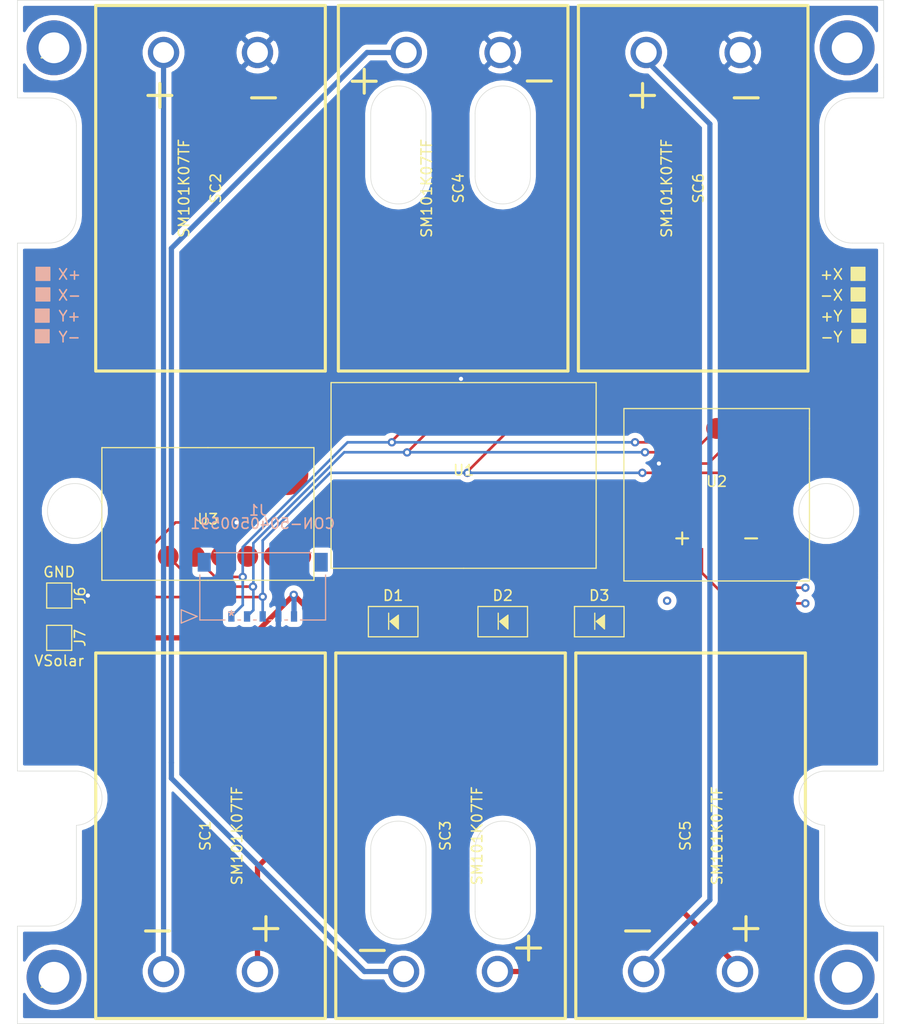
<source format=kicad_pcb>
(kicad_pcb (version 20171130) (host pcbnew "(5.1.10)-1")

  (general
    (thickness 1.6)
    (drawings 119)
    (tracks 501)
    (zones 0)
    (modules 19)
    (nets 34)
  )

  (page A4)
  (title_block
    (title "Solar Configuration With No Cutout; V4 Stucture")
    (date 2022-06-07)
    (rev 1.1)
  )

  (layers
    (0 F.Cu signal)
    (1 In1.Cu signal)
    (2 In2.Cu signal)
    (31 B.Cu signal)
    (32 B.Adhes user)
    (33 F.Adhes user)
    (34 B.Paste user)
    (35 F.Paste user)
    (36 B.SilkS user)
    (37 F.SilkS user)
    (38 B.Mask user)
    (39 F.Mask user)
    (40 Dwgs.User user hide)
    (41 Cmts.User user)
    (42 Eco1.User user)
    (43 Eco2.User user)
    (44 Edge.Cuts user)
    (45 Margin user)
    (46 B.CrtYd user)
    (47 F.CrtYd user)
    (48 B.Fab user)
    (49 F.Fab user)
  )

  (setup
    (last_trace_width 0.25)
    (user_trace_width 0.5)
    (trace_clearance 0.2)
    (zone_clearance 0.508)
    (zone_45_only no)
    (trace_min 0.25)
    (via_size 0.8)
    (via_drill 0.4)
    (via_min_size 0.8)
    (via_min_drill 0.3)
    (uvia_size 0.3)
    (uvia_drill 0.1)
    (uvias_allowed no)
    (uvia_min_size 0.3)
    (uvia_min_drill 0.1)
    (edge_width 0.05)
    (segment_width 0.2)
    (pcb_text_width 0.3)
    (pcb_text_size 1.5 1.5)
    (mod_edge_width 0.12)
    (mod_text_size 1 1)
    (mod_text_width 0.15)
    (pad_size 5.25 5.25)
    (pad_drill 2.95)
    (pad_to_mask_clearance 0)
    (aux_axis_origin 0 0)
    (visible_elements 7FFFFFFF)
    (pcbplotparams
      (layerselection 0x010fc_ffffffff)
      (usegerberextensions false)
      (usegerberattributes true)
      (usegerberadvancedattributes true)
      (creategerberjobfile true)
      (excludeedgelayer true)
      (linewidth 0.100000)
      (plotframeref false)
      (viasonmask false)
      (mode 1)
      (useauxorigin false)
      (hpglpennumber 1)
      (hpglpenspeed 20)
      (hpglpendiameter 15.000000)
      (psnegative false)
      (psa4output false)
      (plotreference true)
      (plotvalue true)
      (plotinvisibletext false)
      (padsonsilk false)
      (subtractmaskfromsilk false)
      (outputformat 1)
      (mirror false)
      (drillshape 0)
      (scaleselection 1)
      (outputdirectory "Extras/NoCutout/"))
  )

  (net 0 "")
  (net 1 GND)
  (net 2 +3V3)
  (net 3 VSOLAR)
  (net 4 "Net-(SC1-Pad2)")
  (net 5 "Net-(SC3-Pad2)")
  (net 6 "Net-(D1-Pad2)")
  (net 7 "Net-(D2-Pad2)")
  (net 8 SDA)
  (net 9 SCL)
  (net 10 "Net-(U1-Pad7)")
  (net 11 "Net-(U1-Pad8)")
  (net 12 "Net-(U1-Pad9)")
  (net 13 "Net-(U1-Pad2)")
  (net 14 "Net-(U1-Pad6)")
  (net 15 "Net-(U1-Pad10)")
  (net 16 "Net-(U2-Pad6)")
  (net 17 "Net-(U2-Pad9)")
  (net 18 "Net-(U2-Pad8)")
  (net 19 "Net-(U2-Pad5)")
  (net 20 "Net-(U3-Pad9)")
  (net 21 "Net-(U3-Pad10)")
  (net 22 "Net-(U3-Pad8)")
  (net 23 "Net-(U3-Pad7)")
  (net 24 "Net-(U3-Pad6)")
  (net 25 "Net-(U3-Pad5)")
  (net 26 "Net-(D3-Pad2)")
  (net 27 "Net-(SC5-Pad2)")
  (net 28 "Net-(J1-Pad7)")
  (net 29 "Net-(J1-Pad6)")
  (net 30 "Net-(J2-Pad1)")
  (net 31 "Net-(J3-Pad1)")
  (net 32 "Net-(J4-Pad1)")
  (net 33 "Net-(J5-Pad1)")

  (net_class Default "This is the default net class."
    (clearance 0.2)
    (trace_width 0.25)
    (via_dia 0.8)
    (via_drill 0.4)
    (uvia_dia 0.3)
    (uvia_drill 0.1)
    (add_net +3V3)
    (add_net GND)
    (add_net "Net-(D1-Pad2)")
    (add_net "Net-(D2-Pad2)")
    (add_net "Net-(D3-Pad2)")
    (add_net "Net-(J1-Pad6)")
    (add_net "Net-(J1-Pad7)")
    (add_net "Net-(J2-Pad1)")
    (add_net "Net-(J3-Pad1)")
    (add_net "Net-(J4-Pad1)")
    (add_net "Net-(J5-Pad1)")
    (add_net "Net-(SC1-Pad2)")
    (add_net "Net-(SC3-Pad2)")
    (add_net "Net-(SC5-Pad2)")
    (add_net "Net-(U1-Pad10)")
    (add_net "Net-(U1-Pad2)")
    (add_net "Net-(U1-Pad6)")
    (add_net "Net-(U1-Pad7)")
    (add_net "Net-(U1-Pad8)")
    (add_net "Net-(U1-Pad9)")
    (add_net "Net-(U2-Pad5)")
    (add_net "Net-(U2-Pad6)")
    (add_net "Net-(U2-Pad8)")
    (add_net "Net-(U2-Pad9)")
    (add_net "Net-(U3-Pad10)")
    (add_net "Net-(U3-Pad5)")
    (add_net "Net-(U3-Pad6)")
    (add_net "Net-(U3-Pad7)")
    (add_net "Net-(U3-Pad8)")
    (add_net "Net-(U3-Pad9)")
    (add_net SCL)
    (add_net SDA)
    (add_net VSOLAR)
  )

  (module TestPoint:TestPoint_Pad_2.0x2.0mm (layer F.Cu) (tedit 5A0F774F) (tstamp 62A015C5)
    (at 107 126.8 270)
    (descr "SMD rectangular pad as test Point, square 2.0mm side length")
    (tags "test point SMD pad rectangle square")
    (path /62A02DCE)
    (attr virtual)
    (fp_text reference J7 (at 0 -1.998 90) (layer F.SilkS)
      (effects (font (size 1 1) (thickness 0.15)))
    )
    (fp_text value Conn_01x01 (at 0 2.05 90) (layer F.Fab)
      (effects (font (size 1 1) (thickness 0.15)))
    )
    (fp_line (start 1.5 1.5) (end -1.5 1.5) (layer F.CrtYd) (width 0.05))
    (fp_line (start 1.5 1.5) (end 1.5 -1.5) (layer F.CrtYd) (width 0.05))
    (fp_line (start -1.5 -1.5) (end -1.5 1.5) (layer F.CrtYd) (width 0.05))
    (fp_line (start -1.5 -1.5) (end 1.5 -1.5) (layer F.CrtYd) (width 0.05))
    (fp_line (start -1.2 1.2) (end -1.2 -1.2) (layer F.SilkS) (width 0.12))
    (fp_line (start 1.2 1.2) (end -1.2 1.2) (layer F.SilkS) (width 0.12))
    (fp_line (start 1.2 -1.2) (end 1.2 1.2) (layer F.SilkS) (width 0.12))
    (fp_line (start -1.2 -1.2) (end 1.2 -1.2) (layer F.SilkS) (width 0.12))
    (fp_text user %R (at 0 -2 90) (layer F.Fab)
      (effects (font (size 1 1) (thickness 0.15)))
    )
    (pad 1 smd rect (at 0 0 270) (size 2 2) (layers F.Cu F.Mask)
      (net 3 VSOLAR))
  )

  (module TestPoint:TestPoint_Pad_2.0x2.0mm (layer F.Cu) (tedit 5A0F774F) (tstamp 62A015B7)
    (at 107 122.75 270)
    (descr "SMD rectangular pad as test Point, square 2.0mm side length")
    (tags "test point SMD pad rectangle square")
    (path /62A02DC8)
    (attr virtual)
    (fp_text reference J6 (at 0 -1.998 90) (layer F.SilkS)
      (effects (font (size 1 1) (thickness 0.15)))
    )
    (fp_text value Conn_01x01 (at 0 2.05 90) (layer F.Fab)
      (effects (font (size 1 1) (thickness 0.15)))
    )
    (fp_line (start 1.5 1.5) (end -1.5 1.5) (layer F.CrtYd) (width 0.05))
    (fp_line (start 1.5 1.5) (end 1.5 -1.5) (layer F.CrtYd) (width 0.05))
    (fp_line (start -1.5 -1.5) (end -1.5 1.5) (layer F.CrtYd) (width 0.05))
    (fp_line (start -1.5 -1.5) (end 1.5 -1.5) (layer F.CrtYd) (width 0.05))
    (fp_line (start -1.2 1.2) (end -1.2 -1.2) (layer F.SilkS) (width 0.12))
    (fp_line (start 1.2 1.2) (end -1.2 1.2) (layer F.SilkS) (width 0.12))
    (fp_line (start 1.2 -1.2) (end 1.2 1.2) (layer F.SilkS) (width 0.12))
    (fp_line (start -1.2 -1.2) (end 1.2 -1.2) (layer F.SilkS) (width 0.12))
    (fp_text user %R (at 0 -2 90) (layer F.Fab)
      (effects (font (size 1 1) (thickness 0.15)))
    )
    (pad 1 smd rect (at 0 0 270) (size 2 2) (layers F.Cu F.Mask)
      (net 1 GND))
  )

  (module SolarPanelBoards:APDS9960 (layer F.Cu) (tedit 6275D630) (tstamp 62769B7E)
    (at 145.75 111.25 180)
    (path /6273B54B)
    (fp_text reference U1 (at 0 0.5) (layer F.SilkS)
      (effects (font (size 1 1) (thickness 0.15)))
    )
    (fp_text value APDS9960_Breakout (at 0 -0.5) (layer F.Fab)
      (effects (font (size 1 1) (thickness 0.15)))
    )
    (fp_line (start 0 8.89) (end 12.7 8.89) (layer F.SilkS) (width 0.12))
    (fp_line (start 12.7 0) (end 12.7 8.89) (layer F.SilkS) (width 0.12))
    (fp_line (start 0 8.89) (end -12.7 8.89) (layer F.SilkS) (width 0.12))
    (fp_line (start -12.7 0) (end -12.7 8.89) (layer F.SilkS) (width 0.12))
    (fp_line (start 12.7 0) (end 12.7 -8.89) (layer F.SilkS) (width 0.12))
    (fp_line (start 0 -8.89) (end 12.7 -8.89) (layer F.SilkS) (width 0.12))
    (fp_line (start 0 -8.89) (end -12.7 -8.89) (layer F.SilkS) (width 0.12))
    (fp_line (start -12.7 0) (end -12.7 -8.89) (layer F.SilkS) (width 0.12))
    (pad 7 smd circle (at -10.16 -6.35) (size 4 4) (layers F.Cu F.Paste F.Mask)
      (net 10 "Net-(U1-Pad7)"))
    (pad 8 smd circle (at 10.16 -6.35) (size 4 4) (layers F.Cu F.Paste F.Mask)
      (net 11 "Net-(U1-Pad8)"))
    (pad 9 smd circle (at -10.16 6.35 180) (size 4 4) (layers F.Cu F.Paste F.Mask)
      (net 12 "Net-(U1-Pad9)"))
    (pad 2 smd circle (at -3.81 6.35 180) (size 2 2) (layers F.Cu F.Paste F.Mask)
      (net 13 "Net-(U1-Pad2)"))
    (pad 3 smd circle (at -1.27 6.35 180) (size 2 2) (layers F.Cu F.Paste F.Mask)
      (net 1 GND))
    (pad 1 smd circle (at -6.35 6.35 180) (size 2 2) (layers F.Cu F.Paste F.Mask)
      (net 2 +3V3))
    (pad 6 smd circle (at 6.35 6.35 180) (size 2 2) (layers F.Cu F.Paste F.Mask)
      (net 14 "Net-(U1-Pad6)"))
    (pad 5 smd circle (at 3.81 6.35 180) (size 2 2) (layers F.Cu F.Paste F.Mask)
      (net 8 SDA))
    (pad 4 smd circle (at 1.27 6.35 180) (size 2 2) (layers F.Cu F.Paste F.Mask)
      (net 9 SCL))
    (pad 10 smd circle (at 10.16 6.35 180) (size 4 4) (layers F.Cu F.Paste F.Mask)
      (net 15 "Net-(U1-Pad10)"))
    (model ${KIPRJMOD}/Extras/3-DComponents/APDS9960.STEP
      (offset (xyz 12.75 8.75 0))
      (scale (xyz 1 1 1))
      (rotate (xyz 90 180 0))
    )
  )

  (module SolarPanelBoards:MountingHoles (layer F.Cu) (tedit 6279A908) (tstamp 6279F58F)
    (at 106 70.3)
    (path /627A5498)
    (fp_text reference J2 (at 0 0.5) (layer F.SilkS)
      (effects (font (size 1 1) (thickness 0.15)))
    )
    (fp_text value Conn_01x01 (at 0 -0.5) (layer F.Fab)
      (effects (font (size 1 1) (thickness 0.15)))
    )
    (pad 1 thru_hole circle (at 0.5 0) (size 5.25 5.25) (drill 2.95) (layers *.Cu *.Mask)
      (net 30 "Net-(J2-Pad1)"))
  )

  (module SolarPanelBoards:MountingHoles (layer F.Cu) (tedit 6279A925) (tstamp 6279F59E)
    (at 183 159.3)
    (path /627A649F)
    (fp_text reference J5 (at 0 0.5) (layer F.SilkS)
      (effects (font (size 1 1) (thickness 0.15)))
    )
    (fp_text value Conn_01x01 (at 0 -0.5) (layer F.Fab)
      (effects (font (size 1 1) (thickness 0.15)))
    )
    (pad 1 thru_hole circle (at -0.5 0) (size 5.25 5.25) (drill 2.95) (layers *.Cu *.Mask)
      (net 33 "Net-(J5-Pad1)"))
  )

  (module SolarPanelBoards:MountingHoles (layer F.Cu) (tedit 6279A92E) (tstamp 6279F599)
    (at 183 70.3)
    (path /627A5C0A)
    (fp_text reference J4 (at 0 0.5) (layer F.SilkS)
      (effects (font (size 1 1) (thickness 0.15)))
    )
    (fp_text value Conn_01x01 (at 0 -0.5) (layer F.Fab)
      (effects (font (size 1 1) (thickness 0.15)))
    )
    (pad 1 thru_hole circle (at -0.5 0) (size 5.25 5.25) (drill 2.95) (layers *.Cu *.Mask)
      (net 32 "Net-(J4-Pad1)"))
  )

  (module SolarPanelBoards:MountingHoles (layer F.Cu) (tedit 6279A913) (tstamp 6279F594)
    (at 106 159.3)
    (path /627A5849)
    (fp_text reference J3 (at 0 0.5) (layer F.SilkS)
      (effects (font (size 1 1) (thickness 0.15)))
    )
    (fp_text value Conn_01x01 (at 0 -0.5) (layer F.Fab)
      (effects (font (size 1 1) (thickness 0.15)))
    )
    (pad 1 thru_hole circle (at 0.5 0) (size 5.25 5.25) (drill 2.95) (layers *.Cu *.Mask)
      (net 31 "Net-(J3-Pad1)"))
  )

  (module SolarPanelBoards:CON_5040500591 (layer B.Cu) (tedit 62771E74) (tstamp 627795B0)
    (at 123.5 124.75 180)
    (path /62783659)
    (fp_text reference J1 (at -2.54 10.16) (layer B.SilkS)
      (effects (font (size 1 1) (thickness 0.15)) (justify mirror))
    )
    (fp_text value CON-5040500591 (at -3.000002 8.89) (layer B.SilkS)
      (effects (font (size 1 1) (thickness 0.15)) (justify mirror))
    )
    (fp_line (start 4.294987 7.370001) (end -10.294989 7.370001) (layer B.CrtYd) (width 0.05))
    (fp_line (start 4.294987 -1.61) (end 4.294987 7.370001) (layer B.CrtYd) (width 0.05))
    (fp_line (start -10.294989 -1.61) (end 4.294987 -1.61) (layer B.CrtYd) (width 0.05))
    (fp_line (start -10.294989 7.370001) (end -10.294989 -1.61) (layer B.CrtYd) (width 0.05))
    (fp_line (start -5.379961 -0.34) (end -5.120041 -0.34) (layer B.SilkS) (width 0.12))
    (fp_line (start -3.879961 -0.34) (end -3.620039 -0.34) (layer B.SilkS) (width 0.12))
    (fp_line (start -2.379959 -0.34) (end -2.12004 -0.34) (layer B.SilkS) (width 0.12))
    (fp_line (start -0.87996 -0.34) (end -0.62004 -0.34) (layer B.SilkS) (width 0.12))
    (fp_line (start 0.62004 -0.34) (end 3.024988 -0.34) (layer B.SilkS) (width 0.12))
    (fp_line (start -9.024989 6.100001) (end -9.024989 -0.34) (layer B.Fab) (width 0.1))
    (fp_line (start 3.024988 6.100001) (end -9.024989 6.100001) (layer B.Fab) (width 0.1))
    (fp_line (start 3.024988 -0.34) (end 3.024988 6.100001) (layer B.Fab) (width 0.1))
    (fp_line (start -9.024989 -0.34) (end 3.024988 -0.34) (layer B.Fab) (width 0.1))
    (fp_line (start 1.660115 6.1) (end -7.660116 6.1) (layer B.SilkS) (width 0.12))
    (fp_line (start 3.024988 -0.34) (end 3.024988 3.96996) (layer B.SilkS) (width 0.12))
    (fp_line (start -9.024989 -0.34) (end -6.620041 -0.34) (layer B.SilkS) (width 0.12))
    (fp_line (start -9.024989 3.96996) (end -9.024989 -0.34) (layer B.SilkS) (width 0.12))
    (fp_line (start 4.802987 -0.635) (end 3.278987 0) (layer B.Fab) (width 0.1))
    (fp_line (start 4.802987 0.635) (end 4.802987 -0.635) (layer B.Fab) (width 0.1))
    (fp_line (start 3.278987 0) (end 4.802987 0.635) (layer B.Fab) (width 0.1))
    (fp_line (start 4.802987 -0.635) (end 3.278987 0) (layer B.SilkS) (width 0.12))
    (fp_line (start 4.802987 0.635) (end 4.802987 -0.635) (layer B.SilkS) (width 0.12))
    (fp_line (start 3.278987 0) (end 4.802987 0.635) (layer B.SilkS) (width 0.12))
    (fp_line (start 4.294987 7.370001) (end -10.294989 7.370001) (layer B.CrtYd) (width 0.05))
    (fp_line (start 4.294987 -1.61) (end 4.294987 7.370001) (layer B.CrtYd) (width 0.05))
    (fp_line (start -10.294989 -1.61) (end 4.294987 -1.61) (layer B.CrtYd) (width 0.05))
    (fp_line (start -10.294989 7.370001) (end -10.294989 -1.61) (layer B.CrtYd) (width 0.05))
    (fp_text user MAXIMUM_PACKAGE_HEIGHT:_2_MM (at -9.024989 -6.599999) (layer Cmts.User)
      (effects (font (size 1 1) (thickness 0.15)))
    )
    (fp_text user MAXIMUM_PACKAGE_HEIGHT:_2_MM (at -9.024989 -6.599999) (layer Cmts.User)
      (effects (font (size 1 1) (thickness 0.15)))
    )
    (fp_text user NOTE (at -9.024989 -4.059999) (layer Cmts.User)
      (effects (font (size 1 1) (thickness 0.15)))
    )
    (fp_text user NOTE (at -9.024989 -4.059999) (layer Cmts.User)
      (effects (font (size 1 1) (thickness 0.15)))
    )
    (fp_text user 5040500591 (at -0.206002 -2.961997) (layer B.Fab)
      (effects (font (size 1 1) (thickness 0.15)) (justify mirror))
    )
    (fp_text user * (at 0 0) (layer B.Fab)
      (effects (font (size 1 1) (thickness 0.15)) (justify mirror))
    )
    (fp_text user * (at 0 0) (layer B.SilkS)
      (effects (font (size 1 1) (thickness 0.15)) (justify mirror))
    )
    (fp_text user "Copyright 2021 Accelerated Designs. All rights reserved." (at 0 0) (layer Cmts.User)
      (effects (font (size 0.127 0.127) (thickness 0.002)))
    )
    (pad 7 smd rect (at -8.604999 5.19 180) (size 1.25 1.8) (layers B.Cu B.Paste B.Mask)
      (net 28 "Net-(J1-Pad7)"))
    (pad 6 smd rect (at 2.604999 5.19 180) (size 1.25 1.8) (layers B.Cu B.Paste B.Mask)
      (net 29 "Net-(J1-Pad6)"))
    (pad 5 smd rect (at -6.000001 0 180) (size 0.6 1) (layers B.Cu B.Paste B.Mask)
      (net 3 VSOLAR))
    (pad 4 smd rect (at -4.500001 0 180) (size 0.6 1) (layers B.Cu B.Paste B.Mask)
      (net 1 GND))
    (pad 3 smd rect (at -2.999999 0 180) (size 0.6 1) (layers B.Cu B.Paste B.Mask)
      (net 2 +3V3))
    (pad 2 smd rect (at -1.5 0 180) (size 0.6 1) (layers B.Cu B.Paste B.Mask)
      (net 9 SCL))
    (pad 1 smd rect (at 0 0 180) (size 0.6 1) (layers B.Cu B.Paste B.Mask)
      (net 8 SDA))
    (model ${KIPRJMOD}/Extras/3-DComponents/5040500591.stp
      (offset (xyz -3 4.75 1))
      (scale (xyz 1 1 1))
      (rotate (xyz 0 0 0))
    )
  )

  (module SolarPanelBoards:MCP9808 (layer F.Cu) (tedit 6275D907) (tstamp 62769BA9)
    (at 121.25 114.936)
    (path /62748135)
    (fp_text reference U3 (at 0 0.5) (layer F.SilkS)
      (effects (font (size 1 1) (thickness 0.15)))
    )
    (fp_text value MCP9808_Breakout (at 0 -0.5) (layer F.Fab)
      (effects (font (size 1 1) (thickness 0.15)))
    )
    (fp_line (start 0 6.35) (end 10.16 6.35) (layer F.SilkS) (width 0.12))
    (fp_line (start 10.16 6.35) (end 10.16 0) (layer F.SilkS) (width 0.12))
    (fp_line (start 0 6.35) (end -10.16 6.35) (layer F.SilkS) (width 0.12))
    (fp_line (start -10.16 6.35) (end -10.16 0) (layer F.SilkS) (width 0.12))
    (fp_line (start 10.16 -6.35) (end 10.16 0) (layer F.SilkS) (width 0.12))
    (fp_line (start 0 -6.35) (end 10.16 -6.35) (layer F.SilkS) (width 0.12))
    (fp_line (start -10.16 -6.35) (end -10.16 0) (layer F.SilkS) (width 0.12))
    (fp_line (start 0 -6.35) (end -10.16 -6.35) (layer F.SilkS) (width 0.12))
    (pad 9 smd circle (at -7.62 -3.81) (size 4 4) (layers F.Cu F.Paste F.Mask)
      (net 20 "Net-(U3-Pad9)"))
    (pad 10 smd circle (at 7.62 -3.81) (size 4 4) (layers F.Cu F.Paste F.Mask)
      (net 21 "Net-(U3-Pad10)"))
    (pad 3 smd circle (at -3.81 4.064) (size 2 2) (layers F.Cu F.Paste F.Mask)
      (net 9 SCL))
    (pad 4 smd circle (at -1.27 4.064) (size 2 2) (layers F.Cu F.Paste F.Mask)
      (net 8 SDA))
    (pad 1 smd circle (at -8.89 4.064) (size 2 2) (layers F.Cu F.Paste F.Mask)
      (net 2 +3V3))
    (pad 2 smd circle (at -6.35 4.064) (size 2 2) (layers F.Cu F.Paste F.Mask)
      (net 1 GND))
    (pad 8 smd circle (at 8.89 4.064) (size 2 2) (layers F.Cu F.Paste F.Mask)
      (net 22 "Net-(U3-Pad8)"))
    (pad 7 smd circle (at 6.35 4.064) (size 2 2) (layers F.Cu F.Paste F.Mask)
      (net 23 "Net-(U3-Pad7)"))
    (pad 6 smd circle (at 3.81 4.064) (size 2 2) (layers F.Cu F.Paste F.Mask)
      (net 24 "Net-(U3-Pad6)"))
    (pad 5 smd circle (at 1.27 4.064) (size 2 2) (layers F.Cu F.Paste F.Mask)
      (net 25 "Net-(U3-Pad5)"))
    (model ${KIPRJMOD}/Extras/3-DComponents/MCP9808.STEP
      (offset (xyz -10.5 -6.5 0))
      (scale (xyz 1 1 1))
      (rotate (xyz -90 0 0))
    )
  )

  (module SolarPanelBoards:DRV2605L (layer F.Cu) (tedit 6275D81F) (tstamp 62769B93)
    (at 170 106.75 180)
    (path /62747843)
    (fp_text reference U2 (at 0 -5.08) (layer F.SilkS)
      (effects (font (size 1 1) (thickness 0.15)))
    )
    (fp_text value DRV2605L_Breakout (at 0 -6.35) (layer F.Fab)
      (effects (font (size 1 1) (thickness 0.15)))
    )
    (fp_line (start 0 1.905) (end 8.89 1.905) (layer F.SilkS) (width 0.12))
    (fp_line (start 0 1.905) (end -8.89 1.905) (layer F.SilkS) (width 0.12))
    (fp_line (start -8.89 1.905) (end -8.89 0) (layer F.SilkS) (width 0.12))
    (fp_line (start -8.89 0) (end -8.89 -14.605) (layer F.SilkS) (width 0.12))
    (fp_line (start 8.89 1.905) (end 8.89 -14.605) (layer F.SilkS) (width 0.12))
    (fp_line (start -8.89 -14.605) (end 8.89 -14.605) (layer F.SilkS) (width 0.12))
    (fp_text user + (at 3.302 -10.414) (layer F.SilkS)
      (effects (font (size 1.5 1.5) (thickness 0.2)))
    )
    (fp_text user - (at -3.302 -10.414) (layer F.SilkS)
      (effects (font (size 1.5 1.5) (thickness 0.2)))
    )
    (pad 7 smd rect (at 2.54 -12.7 180) (size 2.5 2.5) (layers F.Cu F.Paste F.Mask)
      (net 16 "Net-(U2-Pad6)"))
    (pad 6 smd rect (at -2.54 -12.7 180) (size 2.5 2.5) (layers F.Cu F.Paste F.Mask)
      (net 16 "Net-(U2-Pad6)"))
    (pad 9 smd circle (at 6.35 -12.065 180) (size 4 4) (layers F.Cu F.Paste F.Mask)
      (net 17 "Net-(U2-Pad9)"))
    (pad 8 smd circle (at -6.35 -12.065 180) (size 4 4) (layers F.Cu F.Paste F.Mask)
      (net 18 "Net-(U2-Pad8)"))
    (pad 1 smd circle (at -5.08 0 180) (size 2 2) (layers F.Cu F.Paste F.Mask)
      (net 2 +3V3))
    (pad 2 smd circle (at -2.54 0 180) (size 2 2) (layers F.Cu F.Paste F.Mask)
      (net 1 GND))
    (pad 5 smd circle (at 5.08 0 180) (size 2 2) (layers F.Cu F.Paste F.Mask)
      (net 19 "Net-(U2-Pad5)"))
    (pad 4 smd circle (at 2.54 0 180) (size 2 2) (layers F.Cu F.Paste F.Mask)
      (net 8 SDA))
    (pad 3 smd circle (at 0 0 180) (size 2 2) (layers F.Cu F.Paste F.Mask)
      (net 9 SCL))
    (model ${KIPRJMOD}/Extras/3-DComponents/DRV2605L.STEP
      (offset (xyz -9 -2 0))
      (scale (xyz 1 1 1))
      (rotate (xyz -90 0 0))
    )
  )

  (module SolarPanelBoards:SM101K07TF (layer F.Cu) (tedit 6275D59F) (tstamp 6276949B)
    (at 167.75 83.75 90)
    (path /62735AF7)
    (fp_text reference SC6 (at 0 0.5 90) (layer F.SilkS)
      (effects (font (size 1 1) (thickness 0.15)))
    )
    (fp_text value SM101K07TF (at 0 -2.54 90) (layer F.SilkS)
      (effects (font (size 1 1) (thickness 0.15)))
    )
    (fp_line (start -17.5 11) (end -17.5 -11) (layer F.SilkS) (width 0.3))
    (fp_line (start 17.5 11) (end -17.5 11) (layer F.SilkS) (width 0.3))
    (fp_line (start 17.5 -11) (end 17.5 11) (layer F.SilkS) (width 0.3))
    (fp_line (start -17.5 -11) (end 17.5 -11) (layer F.SilkS) (width 0.3))
    (fp_text user - (at 8.89 5.08) (layer F.SilkS)
      (effects (font (size 3 3) (thickness 0.3)))
    )
    (fp_text user + (at 8.89 -5.08 90) (layer F.SilkS)
      (effects (font (size 3 3) (thickness 0.3)))
    )
    (pad 2 thru_hole circle (at 13 4.5 90) (size 3 3) (drill 2) (layers *.Cu *.Mask)
      (net 1 GND))
    (pad 1 thru_hole circle (at 13 -4.5 90) (size 3 3) (drill 2) (layers *.Cu *.Mask)
      (net 27 "Net-(SC5-Pad2)"))
    (model ${KIPRJMOD}/Extras/3-DComponents/SM101K07TF.STEP
      (offset (xyz 17.5 -11 0))
      (scale (xyz 1 1 1))
      (rotate (xyz 90 180 90))
    )
  )

  (module SolarPanelBoards:SM101K07TF (layer F.Cu) (tedit 6275D59F) (tstamp 6276948F)
    (at 167.5 145.75 270)
    (path /62735AFD)
    (fp_text reference SC5 (at 0 0.5 90) (layer F.SilkS)
      (effects (font (size 1 1) (thickness 0.15)))
    )
    (fp_text value SM101K07TF (at 0 -2.54 90) (layer F.SilkS)
      (effects (font (size 1 1) (thickness 0.15)))
    )
    (fp_line (start -17.5 11) (end -17.5 -11) (layer F.SilkS) (width 0.3))
    (fp_line (start 17.5 11) (end -17.5 11) (layer F.SilkS) (width 0.3))
    (fp_line (start 17.5 -11) (end 17.5 11) (layer F.SilkS) (width 0.3))
    (fp_line (start -17.5 -11) (end 17.5 -11) (layer F.SilkS) (width 0.3))
    (fp_text user - (at 8.89 5.08) (layer F.SilkS)
      (effects (font (size 3 3) (thickness 0.3)))
    )
    (fp_text user + (at 8.89 -5.08 90) (layer F.SilkS)
      (effects (font (size 3 3) (thickness 0.3)))
    )
    (pad 2 thru_hole circle (at 13 4.5 270) (size 3 3) (drill 2) (layers *.Cu *.Mask)
      (net 27 "Net-(SC5-Pad2)"))
    (pad 1 thru_hole circle (at 13 -4.5 270) (size 3 3) (drill 2) (layers *.Cu *.Mask)
      (net 26 "Net-(D3-Pad2)"))
    (model ${KIPRJMOD}/Extras/3-DComponents/SM101K07TF.STEP
      (offset (xyz 17.5 -11 0))
      (scale (xyz 1 1 1))
      (rotate (xyz 90 180 90))
    )
  )

  (module SolarPanelBoards:SM101K07TF (layer F.Cu) (tedit 6275D59F) (tstamp 62769483)
    (at 144.75 83.75 90)
    (path /61285A7B)
    (fp_text reference SC4 (at 0 0.5 90) (layer F.SilkS)
      (effects (font (size 1 1) (thickness 0.15)))
    )
    (fp_text value SM101K07TF (at 0 -2.54 90) (layer F.SilkS)
      (effects (font (size 1 1) (thickness 0.15)))
    )
    (fp_line (start -17.5 11) (end -17.5 -11) (layer F.SilkS) (width 0.3))
    (fp_line (start 17.5 11) (end -17.5 11) (layer F.SilkS) (width 0.3))
    (fp_line (start 17.5 -11) (end 17.5 11) (layer F.SilkS) (width 0.3))
    (fp_line (start -17.5 -11) (end 17.5 -11) (layer F.SilkS) (width 0.3))
    (fp_text user - (at 10.5 8.25) (layer F.SilkS)
      (effects (font (size 3 3) (thickness 0.3)))
    )
    (fp_text user + (at 10.25 -8.75 90) (layer F.SilkS)
      (effects (font (size 3 3) (thickness 0.3)))
    )
    (pad 2 thru_hole circle (at 13 4.5 90) (size 3 3) (drill 2) (layers *.Cu *.Mask)
      (net 1 GND))
    (pad 1 thru_hole circle (at 13 -4.5 90) (size 3 3) (drill 2) (layers *.Cu *.Mask)
      (net 5 "Net-(SC3-Pad2)"))
    (model ${KIPRJMOD}/Extras/3-DComponents/SM101K07TF.STEP
      (offset (xyz 17.5 -11 0))
      (scale (xyz 1 1 1))
      (rotate (xyz 90 180 90))
    )
  )

  (module SolarPanelBoards:SM101K07TF (layer F.Cu) (tedit 6275D59F) (tstamp 62769477)
    (at 144.5 145.75 270)
    (path /6128524D)
    (fp_text reference SC3 (at 0 0.5 90) (layer F.SilkS)
      (effects (font (size 1 1) (thickness 0.15)))
    )
    (fp_text value SM101K07TF (at 0 -2.54 90) (layer F.SilkS)
      (effects (font (size 1 1) (thickness 0.15)))
    )
    (fp_line (start -17.5 11) (end -17.5 -11) (layer F.SilkS) (width 0.3))
    (fp_line (start 17.5 11) (end -17.5 11) (layer F.SilkS) (width 0.3))
    (fp_line (start 17.5 -11) (end 17.5 11) (layer F.SilkS) (width 0.3))
    (fp_line (start -17.5 -11) (end 17.5 -11) (layer F.SilkS) (width 0.3))
    (fp_text user - (at 10.75 7.5) (layer F.SilkS)
      (effects (font (size 3 3) (thickness 0.3)))
    )
    (fp_text user + (at 10.75 -7.25 90) (layer F.SilkS)
      (effects (font (size 3 3) (thickness 0.3)))
    )
    (pad 2 thru_hole circle (at 13 4.5 270) (size 3 3) (drill 2) (layers *.Cu *.Mask)
      (net 5 "Net-(SC3-Pad2)"))
    (pad 1 thru_hole circle (at 13 -4.5 270) (size 3 3) (drill 2) (layers *.Cu *.Mask)
      (net 7 "Net-(D2-Pad2)"))
    (model ${KIPRJMOD}/Extras/3-DComponents/SM101K07TF.STEP
      (offset (xyz 17.5 -11 0))
      (scale (xyz 1 1 1))
      (rotate (xyz 90 180 90))
    )
  )

  (module SolarPanelBoards:SM101K07TF (layer F.Cu) (tedit 6275D59F) (tstamp 6276946B)
    (at 121.5 83.75 90)
    (path /612849A3)
    (fp_text reference SC2 (at 0 0.5 90) (layer F.SilkS)
      (effects (font (size 1 1) (thickness 0.15)))
    )
    (fp_text value SM101K07TF (at 0 -2.54 90) (layer F.SilkS)
      (effects (font (size 1 1) (thickness 0.15)))
    )
    (fp_line (start -17.5 11) (end -17.5 -11) (layer F.SilkS) (width 0.3))
    (fp_line (start 17.5 11) (end -17.5 11) (layer F.SilkS) (width 0.3))
    (fp_line (start 17.5 -11) (end 17.5 11) (layer F.SilkS) (width 0.3))
    (fp_line (start -17.5 -11) (end 17.5 -11) (layer F.SilkS) (width 0.3))
    (fp_text user - (at 8.89 5.08) (layer F.SilkS)
      (effects (font (size 3 3) (thickness 0.3)))
    )
    (fp_text user + (at 8.89 -5.08 90) (layer F.SilkS)
      (effects (font (size 3 3) (thickness 0.3)))
    )
    (pad 2 thru_hole circle (at 13 4.5 90) (size 3 3) (drill 2) (layers *.Cu *.Mask)
      (net 1 GND))
    (pad 1 thru_hole circle (at 13 -4.5 90) (size 3 3) (drill 2) (layers *.Cu *.Mask)
      (net 4 "Net-(SC1-Pad2)"))
    (model ${KIPRJMOD}/Extras/3-DComponents/SM101K07TF.STEP
      (offset (xyz 17.5 -11 0))
      (scale (xyz 1 1 1))
      (rotate (xyz 90 180 90))
    )
  )

  (module SolarPanelBoards:SM101K07TF (layer F.Cu) (tedit 6275D59F) (tstamp 6276945F)
    (at 121.5 145.75 270)
    (path /6143BD42)
    (fp_text reference SC1 (at 0 0.5 90) (layer F.SilkS)
      (effects (font (size 1 1) (thickness 0.15)))
    )
    (fp_text value SM101K07TF (at 0 -2.54 90) (layer F.SilkS)
      (effects (font (size 1 1) (thickness 0.15)))
    )
    (fp_line (start -17.5 11) (end -17.5 -11) (layer F.SilkS) (width 0.3))
    (fp_line (start 17.5 11) (end -17.5 11) (layer F.SilkS) (width 0.3))
    (fp_line (start 17.5 -11) (end 17.5 11) (layer F.SilkS) (width 0.3))
    (fp_line (start -17.5 -11) (end 17.5 -11) (layer F.SilkS) (width 0.3))
    (fp_text user - (at 8.89 5.08) (layer F.SilkS)
      (effects (font (size 3 3) (thickness 0.3)))
    )
    (fp_text user + (at 8.89 -5.08 90) (layer F.SilkS)
      (effects (font (size 3 3) (thickness 0.3)))
    )
    (pad 2 thru_hole circle (at 13 4.5 270) (size 3 3) (drill 2) (layers *.Cu *.Mask)
      (net 4 "Net-(SC1-Pad2)"))
    (pad 1 thru_hole circle (at 13 -4.5 270) (size 3 3) (drill 2) (layers *.Cu *.Mask)
      (net 6 "Net-(D1-Pad2)"))
    (model ${KIPRJMOD}/Extras/3-DComponents/SM101K07TF.STEP
      (offset (xyz 17.5 -11 0))
      (scale (xyz 1 1 1))
      (rotate (xyz 90 180 90))
    )
  )

  (module SolarPanelBoards:DO-214AC (layer F.Cu) (tedit 6275D7B7) (tstamp 62768EB7)
    (at 158.75 125.25)
    (descr "Diode Footprint for CDBA240LL-HF")
    (path /62735B03)
    (attr smd)
    (fp_text reference D3 (at 0 -2.5) (layer F.SilkS)
      (effects (font (size 1 1) (thickness 0.15)))
    )
    (fp_text value CDBA240LL-HF (at 0 -2.54) (layer F.Fab)
      (effects (font (size 1 1) (thickness 0.15)))
    )
    (fp_line (start -2.375 1.45) (end 2.375 1.45) (layer F.SilkS) (width 0.12))
    (fp_line (start 2.375 1.45) (end 2.375 -1.45) (layer F.SilkS) (width 0.12))
    (fp_line (start -2.375 1.45) (end -2.375 -1.45) (layer F.SilkS) (width 0.12))
    (fp_line (start -2.375 -1.45) (end 2.375 -1.45) (layer F.SilkS) (width 0.12))
    (fp_poly (pts (xy 0.508 0.7112) (xy -0.3048 -0.0254) (xy 0.508 -0.635)) (layer F.SilkS) (width 0.1))
    (fp_line (start -0.4318 -0.8128) (end -0.4318 0.7366) (layer F.SilkS) (width 0.12))
    (pad 2 smd rect (at 2 0) (size 2.5 1.7) (layers F.Cu F.Paste F.Mask)
      (net 26 "Net-(D3-Pad2)"))
    (pad 1 smd rect (at -2 0) (size 2.5 1.7) (layers F.Cu F.Paste F.Mask)
      (net 3 VSOLAR))
    (model ${KIPRJMOD}/Extras/3-DComponents/CDBA240LL-HF.STEP
      (offset (xyz -2.5 1.25 0))
      (scale (xyz 1 1 1))
      (rotate (xyz -90 0 0))
    )
  )

  (module SolarPanelBoards:DO-214AC (layer F.Cu) (tedit 6275D7B7) (tstamp 62768EAB)
    (at 149.5 125.25)
    (descr "Diode Footprint for CDBA240LL-HF")
    (path /61455D66)
    (attr smd)
    (fp_text reference D2 (at 0 -2.5) (layer F.SilkS)
      (effects (font (size 1 1) (thickness 0.15)))
    )
    (fp_text value CDBA240LL-HF (at 0 -2.54) (layer F.Fab)
      (effects (font (size 1 1) (thickness 0.15)))
    )
    (fp_line (start -2.375 1.45) (end 2.375 1.45) (layer F.SilkS) (width 0.12))
    (fp_line (start 2.375 1.45) (end 2.375 -1.45) (layer F.SilkS) (width 0.12))
    (fp_line (start -2.375 1.45) (end -2.375 -1.45) (layer F.SilkS) (width 0.12))
    (fp_line (start -2.375 -1.45) (end 2.375 -1.45) (layer F.SilkS) (width 0.12))
    (fp_poly (pts (xy 0.508 0.7112) (xy -0.3048 -0.0254) (xy 0.508 -0.635)) (layer F.SilkS) (width 0.1))
    (fp_line (start -0.4318 -0.8128) (end -0.4318 0.7366) (layer F.SilkS) (width 0.12))
    (pad 2 smd rect (at 2 0) (size 2.5 1.7) (layers F.Cu F.Paste F.Mask)
      (net 7 "Net-(D2-Pad2)"))
    (pad 1 smd rect (at -2 0) (size 2.5 1.7) (layers F.Cu F.Paste F.Mask)
      (net 3 VSOLAR))
    (model ${KIPRJMOD}/Extras/3-DComponents/CDBA240LL-HF.STEP
      (offset (xyz -2.5 1.25 0))
      (scale (xyz 1 1 1))
      (rotate (xyz -90 0 0))
    )
  )

  (module SolarPanelBoards:DO-214AC (layer F.Cu) (tedit 6275D7B7) (tstamp 62768E9F)
    (at 139 125.25)
    (descr "Diode Footprint for CDBA240LL-HF")
    (path /61067859)
    (attr smd)
    (fp_text reference D1 (at 0 -2.5) (layer F.SilkS)
      (effects (font (size 1 1) (thickness 0.15)))
    )
    (fp_text value CDBA240LL-HF (at 0 -2.54) (layer F.Fab)
      (effects (font (size 1 1) (thickness 0.15)))
    )
    (fp_line (start -2.375 1.45) (end 2.375 1.45) (layer F.SilkS) (width 0.12))
    (fp_line (start 2.375 1.45) (end 2.375 -1.45) (layer F.SilkS) (width 0.12))
    (fp_line (start -2.375 1.45) (end -2.375 -1.45) (layer F.SilkS) (width 0.12))
    (fp_line (start -2.375 -1.45) (end 2.375 -1.45) (layer F.SilkS) (width 0.12))
    (fp_poly (pts (xy 0.508 0.7112) (xy -0.3048 -0.0254) (xy 0.508 -0.635)) (layer F.SilkS) (width 0.1))
    (fp_line (start -0.4318 -0.8128) (end -0.4318 0.7366) (layer F.SilkS) (width 0.12))
    (pad 2 smd rect (at 2 0) (size 2.5 1.7) (layers F.Cu F.Paste F.Mask)
      (net 6 "Net-(D1-Pad2)"))
    (pad 1 smd rect (at -2 0) (size 2.5 1.7) (layers F.Cu F.Paste F.Mask)
      (net 3 VSOLAR))
    (model ${KIPRJMOD}/Extras/3-DComponents/CDBA240LL-HF.STEP
      (offset (xyz -2.5 1.25 0))
      (scale (xyz 1 1 1))
      (rotate (xyz -90 0 0))
    )
  )

  (gr_text GND (at 107 120.5) (layer F.SilkS)
    (effects (font (size 1 1) (thickness 0.15)))
  )
  (gr_text VSolar (at 107 129) (layer F.SilkS)
    (effects (font (size 1 1) (thickness 0.15)))
  )
  (gr_poly (pts (xy 104.775 94.5515) (xy 106.1085 94.5515) (xy 106.1085 93.2815) (xy 104.775 93.2815)) (layer B.SilkS) (width 0.1) (tstamp 629FBEA5))
  (gr_poly (pts (xy 104.775 92.583) (xy 106.1085 92.583) (xy 106.1085 91.313) (xy 104.775 91.313)) (layer B.SilkS) (width 0.1) (tstamp 629FBEA4))
  (gr_poly (pts (xy 104.7115 98.552) (xy 106.045 98.552) (xy 106.045 97.282) (xy 104.7115 97.282)) (layer B.SilkS) (width 0.1) (tstamp 629FBEA3))
  (gr_poly (pts (xy 104.7115 96.5835) (xy 106.045 96.5835) (xy 106.045 95.3135) (xy 104.7115 95.3135)) (layer B.SilkS) (width 0.1) (tstamp 629FBEA2))
  (gr_text +X (at 107.9885 92) (layer B.SilkS) (tstamp 629FBEA1)
    (effects (font (size 1 1) (thickness 0.15)) (justify mirror))
  )
  (gr_text -Y (at 107.9885 98) (layer B.SilkS) (tstamp 629FBEA0)
    (effects (font (size 1 1) (thickness 0.15)) (justify mirror))
  )
  (gr_text -X (at 107.9885 94) (layer B.SilkS) (tstamp 629FBE9F)
    (effects (font (size 1 1) (thickness 0.15)) (justify mirror))
  )
  (gr_text +Y (at 107.9885 96) (layer B.SilkS) (tstamp 629FBE9E)
    (effects (font (size 1 1) (thickness 0.15)) (justify mirror))
  )
  (gr_poly (pts (xy 184.277 98.552) (xy 182.9435 98.552) (xy 182.9435 97.282) (xy 184.277 97.282)) (layer F.SilkS) (width 0.1) (tstamp 629FBD99))
  (gr_poly (pts (xy 184.277 96.5835) (xy 182.9435 96.5835) (xy 182.9435 95.3135) (xy 184.277 95.3135)) (layer F.SilkS) (width 0.1) (tstamp 629FBD99))
  (gr_poly (pts (xy 184.2135 94.5515) (xy 182.88 94.5515) (xy 182.88 93.2815) (xy 184.2135 93.2815)) (layer F.SilkS) (width 0.1) (tstamp 629FBD99))
  (gr_poly (pts (xy 184.2135 92.583) (xy 182.88 92.583) (xy 182.88 91.313) (xy 184.2135 91.313)) (layer F.SilkS) (width 0.1))
  (gr_text -Y (at 181 98) (layer F.SilkS) (tstamp 629FBD79)
    (effects (font (size 1 1) (thickness 0.15)))
  )
  (gr_text +Y (at 181 96) (layer F.SilkS) (tstamp 629FBD79)
    (effects (font (size 1 1) (thickness 0.15)))
  )
  (gr_text -X (at 181 94) (layer F.SilkS) (tstamp 629FBD79)
    (effects (font (size 1 1) (thickness 0.15)))
  )
  (gr_text +X (at 181 92) (layer F.SilkS)
    (effects (font (size 1 1) (thickness 0.15)))
  )
  (gr_line (start 185.994606 139.55719) (end 180.255394 139.55719) (layer Edge.Cuts) (width 0.05) (tstamp 6279F295))
  (gr_line (start 186 89) (end 185.994606 139.55719) (layer Edge.Cuts) (width 0.05))
  (gr_line (start 186 75.1) (end 186 73.1) (layer Edge.Cuts) (width 0.05) (tstamp 6279F26A))
  (gr_line (start 186 156.45) (end 186 154.4) (layer Edge.Cuts) (width 0.05) (tstamp 6279F260))
  (gr_line (start 103 154.4) (end 103 163.75) (layer Edge.Cuts) (width 0.05) (tstamp 6279F259))
  (gr_line (start 103 89) (end 103 139.55719) (layer Edge.Cuts) (width 0.05) (tstamp 6279F254))
  (gr_line (start 103 65.75) (end 103 75.1) (layer Edge.Cuts) (width 0.05) (tstamp 6279F24F))
  (gr_line (start 183 89) (end 186 89) (layer Edge.Cuts) (width 0.05) (tstamp 6279F1F0))
  (gr_line (start 180.35 77.75) (end 180.35 86.35) (layer Edge.Cuts) (width 0.05) (tstamp 6279F1EF))
  (gr_line (start 183 75.1) (end 186 75.1) (layer Edge.Cuts) (width 0.05) (tstamp 6279F1EE))
  (gr_arc (start 183 86.35) (end 183 89) (angle 90) (layer Edge.Cuts) (width 0.05) (tstamp 6279F1ED))
  (gr_arc (start 183 77.75) (end 180.35 77.75) (angle 90) (layer Edge.Cuts) (width 0.05) (tstamp 6279F1EC))
  (gr_line (start 180.35 151.75) (end 180.35 144.75) (layer Edge.Cuts) (width 0.05) (tstamp 6279F1EF))
  (gr_line (start 183 154.4) (end 186 154.4) (layer Edge.Cuts) (width 0.05) (tstamp 6279F1EE))
  (gr_arc (start 183 151.75) (end 180.35 151.75) (angle -90) (layer Edge.Cuts) (width 0.05) (tstamp 6279F1EC))
  (gr_line (start 108.65 151.75) (end 108.65 144.75) (layer Edge.Cuts) (width 0.05) (tstamp 6279F1EF))
  (gr_line (start 106 154.4) (end 103 154.4) (layer Edge.Cuts) (width 0.05) (tstamp 6279F1EE))
  (gr_arc (start 106 151.75) (end 108.65 151.75) (angle 90) (layer Edge.Cuts) (width 0.05) (tstamp 6279F1EC))
  (gr_line (start 108.65 77.75) (end 108.65 86.35) (layer Edge.Cuts) (width 0.05) (tstamp 6279F156))
  (gr_line (start 106 89) (end 103 89) (layer Edge.Cuts) (width 0.05) (tstamp 6279F155))
  (gr_arc (start 106 86.35) (end 106 89) (angle -90) (layer Edge.Cuts) (width 0.05) (tstamp 6279F154))
  (gr_arc (start 106 77.75) (end 108.65 77.75) (angle -90) (layer Edge.Cuts) (width 0.05) (tstamp 6279F153))
  (gr_line (start 106 75.1) (end 103 75.1) (layer Edge.Cuts) (width 0.05) (tstamp 6279F152))
  (gr_line (start 106.5 70.3) (end 106.5 77.8) (layer Dwgs.User) (width 0.15))
  (gr_line (start 186 73.1) (end 186 65.75) (layer Edge.Cuts) (width 0.05) (tstamp 6279EC22))
  (gr_line (start 186 163.75) (end 186 156.45) (layer Edge.Cuts) (width 0.05) (tstamp 6279EC18))
  (gr_arc (start 180.5 142.15) (end 180.350001 144.749999) (angle 171.3088226) (layer Edge.Cuts) (width 0.05) (tstamp 6279EBAA))
  (gr_circle (center 180.5 142.15) (end 177.875 142.15) (layer Dwgs.User) (width 0.2) (tstamp 6279EBA7))
  (gr_arc (start 108.5 142.15) (end 108.649999 144.749999) (angle -171.3088226) (layer Edge.Cuts) (width 0.05))
  (gr_circle (center 182.5 70.3) (end 179.875 70.3) (layer Dwgs.User) (width 0.2) (tstamp 6279EA88))
  (gr_line (start 186 65.8) (end 186 163.8) (layer Dwgs.User) (width 0.2) (tstamp 6279EA87))
  (gr_circle (center 182.5 159.25) (end 179.875 159.25) (layer Dwgs.User) (width 0.2) (tstamp 6279EA88))
  (gr_line (start 186 163.75) (end 186 65.75) (layer Dwgs.User) (width 0.2) (tstamp 6279EA87))
  (gr_line (start 182.5 159.25) (end 182.5 153.75) (layer Dwgs.User) (width 0.15) (tstamp 6279EA86))
  (gr_line (start 182.5 153.75) (end 183 153.75) (layer Dwgs.User) (width 0.15) (tstamp 6279EA84))
  (gr_line (start 108.744606 139.55719) (end 103 139.55719) (layer Edge.Cuts) (width 0.05) (tstamp 6279EA89))
  (gr_circle (center 106.5 159.25) (end 109.125 159.25) (layer Dwgs.User) (width 0.2) (tstamp 6279EA88))
  (gr_line (start 103 163.75) (end 103 65.75) (layer Dwgs.User) (width 0.2) (tstamp 6279EA87))
  (gr_circle (center 182.5 159.3) (end 179.875 159.3) (layer Dwgs.User) (width 0.2) (tstamp 6279C3BF))
  (gr_line (start 182.5 153.8) (end 183 153.8) (layer Dwgs.User) (width 0.15) (tstamp 6279C3BD))
  (gr_line (start 182.5 159.3) (end 182.5 153.8) (layer Dwgs.User) (width 0.15) (tstamp 6279C3B9))
  (gr_circle (center 106.5 159.25) (end 109.125 159.25) (layer Dwgs.User) (width 0.2) (tstamp 6279C3BF))
  (gr_line (start 106.5 77.8) (end 106 77.8) (layer Dwgs.User) (width 0.15) (tstamp 6279C2C1))
  (gr_line (start 106.5 70.3) (end 106.5 75.8) (layer Dwgs.User) (width 0.15))
  (gr_circle (center 182.5 70.3) (end 183.975 70.3) (layer Dwgs.User) (width 0.2))
  (gr_arc (start 149.5 153) (end 146.85 153) (angle -180) (layer Edge.Cuts) (width 0.05))
  (gr_arc (start 149.5 147) (end 152.15 147) (angle -180) (layer Edge.Cuts) (width 0.05))
  (gr_arc (start 139.5 153) (end 136.85 153) (angle -180) (layer Edge.Cuts) (width 0.05))
  (gr_arc (start 139.5 147) (end 142.15 147) (angle -180) (layer Edge.Cuts) (width 0.05))
  (gr_arc (start 149.5 82.6) (end 146.85 82.6) (angle -180) (layer Edge.Cuts) (width 0.05))
  (gr_arc (start 149.5 76.6) (end 152.15 76.6) (angle -180) (layer Edge.Cuts) (width 0.05))
  (gr_arc (start 139.5 76.6) (end 142.15 76.6) (angle -180) (layer Edge.Cuts) (width 0.05))
  (gr_arc (start 139.5 82.6) (end 136.85 82.6) (angle -180) (layer Edge.Cuts) (width 0.05))
  (gr_line (start 152.15 76.6) (end 152.15 82.6) (layer Edge.Cuts) (width 0.05) (tstamp 6273C548))
  (gr_line (start 146.85 76.6) (end 146.85 82.6) (layer Edge.Cuts) (width 0.05) (tstamp 6273C547))
  (gr_line (start 136.85 76.6) (end 136.85 82.6) (layer Edge.Cuts) (width 0.05) (tstamp 6273C546))
  (gr_line (start 142.15 76.6) (end 142.15 82.6) (layer Edge.Cuts) (width 0.05) (tstamp 6273C545))
  (gr_line (start 152.15 153) (end 152.15 147) (layer Edge.Cuts) (width 0.05) (tstamp 6273C544))
  (gr_line (start 146.85 147) (end 146.85 153) (layer Edge.Cuts) (width 0.05) (tstamp 6273C543))
  (gr_line (start 142.15 153) (end 142.15 147) (layer Edge.Cuts) (width 0.05) (tstamp 6273C542))
  (gr_line (start 136.85 153) (end 136.85 147) (layer Edge.Cuts) (width 0.05) (tstamp 6273C541))
  (gr_line (start 112 85.75) (end 111.75 85.75) (layer Dwgs.User) (width 0.15) (tstamp 62743775))
  (gr_line (start 177.5 143.75) (end 177 143.75) (layer Dwgs.User) (width 0.15) (tstamp 62743774))
  (gr_line (start 177 143.75) (end 177.25 143.75) (layer Dwgs.User) (width 0.15) (tstamp 62743773))
  (gr_line (start 111.5 143.75) (end 111.5 143.25) (layer Dwgs.User) (width 0.15) (tstamp 62743772))
  (gr_line (start 177.5 85.75) (end 177.5 86.25) (layer Dwgs.User) (width 0.15) (tstamp 62743771))
  (gr_line (start 177.5 143.75) (end 177.25 143.75) (layer Dwgs.User) (width 0.15) (tstamp 62743770))
  (gr_line (start 111.5 85.75) (end 112 85.75) (layer Dwgs.User) (width 0.15) (tstamp 6274376F))
  (gr_line (start 111.5 143.25) (end 111.5 143.5) (layer Dwgs.User) (width 0.15) (tstamp 6274376E))
  (gr_line (start 177.5 86.25) (end 177.5 86) (layer Dwgs.User) (width 0.15) (tstamp 6274376D))
  (gr_line (start 111.5 144) (end 111.5 87.5) (layer Dwgs.User) (width 0.15) (tstamp 6274376C))
  (gr_line (start 177.5 143.75) (end 111.5 143.75) (layer Dwgs.User) (width 0.15) (tstamp 6274376B))
  (gr_line (start 177.5 87.5) (end 177.5 144.25) (layer Dwgs.User) (width 0.15) (tstamp 6274376A))
  (gr_line (start 111.5 85.75) (end 177.5 85.75) (layer Dwgs.User) (width 0.15) (tstamp 62743769))
  (gr_circle (center 180.5 114.65) (end 183.125 114.65) (layer Edge.Cuts) (width 0.05) (tstamp 6274BAD1))
  (gr_circle (center 108.5 114.65) (end 111.125 114.65) (layer Edge.Cuts) (width 0.05))
  (gr_line (start 186 65.75) (end 103 65.75) (layer Edge.Cuts) (width 0.05) (tstamp 6274BA62))
  (gr_line (start 103 163.75) (end 186 163.75) (layer Edge.Cuts) (width 0.05))
  (gr_circle (center 106.5 159.3) (end 109.125 159.3) (layer Dwgs.User) (width 0.2) (tstamp 6273DF4B))
  (gr_circle (center 182.5 159.3) (end 185.125 159.3) (layer Dwgs.User) (width 0.2) (tstamp 6273DF4B))
  (gr_circle (center 182.5 70.3) (end 185.125 70.3) (layer Dwgs.User) (width 0.2) (tstamp 6273DF4B))
  (gr_circle (center 106.5 70.3) (end 109.125 70.3) (layer Dwgs.User) (width 0.2) (tstamp 6273DF4B))
  (gr_line (start 186 163.8) (end 186 65.8) (layer Dwgs.User) (width 0.2))
  (gr_circle (center 106.5 159.3) (end 107.975 159.3) (layer Dwgs.User) (width 0.2))
  (gr_line (start 103 65.8) (end 103 163.8) (layer Dwgs.User) (width 0.2))
  (gr_circle (center 149.5 82.6) (end 152.125 82.6) (layer Dwgs.User) (width 0.2))
  (gr_circle (center 149.5 76.6) (end 152.125 76.6) (layer Dwgs.User) (width 0.2))
  (gr_circle (center 180.5 142.15) (end 183.124999 142.15) (layer Dwgs.User) (width 0.2))
  (gr_circle (center 149.5 147) (end 152.124999 147) (layer Dwgs.User) (width 0.2))
  (gr_line (start 186 65.8) (end 103 65.8) (layer Dwgs.User) (width 0.2))
  (gr_circle (center 139.5 82.6) (end 142.125001 82.6) (layer Dwgs.User) (width 0.2))
  (gr_circle (center 139.5 76.6) (end 142.125001 76.6) (layer Dwgs.User) (width 0.2))
  (gr_line (start 103 163.8) (end 186 163.8) (layer Dwgs.User) (width 0.2))
  (gr_circle (center 180.5 114.65) (end 183.125 114.65) (layer Dwgs.User) (width 0.2))
  (gr_circle (center 182.5 159.3) (end 183.975 159.3) (layer Dwgs.User) (width 0.2))
  (gr_circle (center 139.5 147) (end 142.125 147) (layer Dwgs.User) (width 0.2))
  (gr_circle (center 106.5 70.3) (end 107.975 70.3) (layer Dwgs.User) (width 0.2))
  (gr_circle (center 108.5 142.15) (end 111.125 142.15) (layer Dwgs.User) (width 0.2))
  (gr_circle (center 139.5 153) (end 142.125001 153) (layer Dwgs.User) (width 0.2))
  (gr_circle (center 108.5 114.65) (end 111.125 114.65) (layer Dwgs.User) (width 0.2))
  (gr_circle (center 149.5 153) (end 152.125 153) (layer Dwgs.User) (width 0.2))

  (segment (start 165.25 106.25) (end 165.25 106.25) (width 0.25) (layer In2.Cu) (net 0) (tstamp 62743FA5))
  (via (at 124 115.75) (size 0.8) (drill 0.4) (layers F.Cu B.Cu) (net 1))
  (segment (start 145.5 102) (end 145.5 102) (width 0.25) (layer F.Cu) (net 1) (tstamp 627543BA))
  (via (at 145.5 102) (size 0.8) (drill 0.4) (layers F.Cu B.Cu) (net 1))
  (segment (start 145.5 102.13) (end 145.5 102) (width 0.25) (layer F.Cu) (net 1))
  (segment (start 118.15 115.75) (end 124 115.75) (width 0.25) (layer F.Cu) (net 1))
  (segment (start 114.9 119) (end 118.15 115.75) (width 0.25) (layer F.Cu) (net 1))
  (segment (start 145.5 103.38) (end 145.5 102) (width 0.25) (layer F.Cu) (net 1))
  (segment (start 147.02 104.9) (end 145.5 103.38) (width 0.25) (layer F.Cu) (net 1))
  (segment (start 172.54 106.75) (end 169.181 110.109) (width 0.25) (layer F.Cu) (net 1))
  (segment (start 169.181 110.109) (end 164.465 110.109) (width 0.25) (layer F.Cu) (net 1))
  (segment (start 164.465 110.109) (end 164.465 110.109) (width 0.25) (layer F.Cu) (net 1) (tstamp 629FB564))
  (via (at 164.465 110.109) (size 0.8) (drill 0.4) (layers F.Cu B.Cu) (net 1))
  (segment (start 107 122.75) (end 109.75 122.75) (width 0.5) (layer F.Cu) (net 1))
  (segment (start 109.75 122.75) (end 109.75 122.75) (width 0.5) (layer F.Cu) (net 1) (tstamp 62A01731))
  (via (at 109.75 122.75) (size 0.8) (drill 0.4) (layers F.Cu B.Cu) (net 1))
  (segment (start 116.254997 122.894997) (end 112.36 119) (width 0.25) (layer F.Cu) (net 2))
  (segment (start 126.355003 122.894997) (end 116.254997 122.894997) (width 0.25) (layer F.Cu) (net 2))
  (segment (start 126.355003 124.605004) (end 126.499999 124.75) (width 0.25) (layer B.Cu) (net 2))
  (segment (start 126.499999 117.477181) (end 126.499999 117.499999) (width 0.25) (layer B.Cu) (net 2))
  (segment (start 175.08 106.75) (end 170.832 110.998) (width 0.25) (layer F.Cu) (net 2))
  (segment (start 170.832 110.998) (end 162.8775 110.998) (width 0.25) (layer F.Cu) (net 2))
  (segment (start 162.8775 110.998) (end 162.8775 110.998) (width 0.25) (layer F.Cu) (net 2) (tstamp 629FB595))
  (via (at 162.8775 110.998) (size 0.8) (drill 0.4) (layers F.Cu B.Cu) (net 2))
  (segment (start 132.97918 110.998) (end 126.499999 117.477181) (width 0.25) (layer B.Cu) (net 2))
  (segment (start 162.8775 110.998) (end 146.1135 110.998) (width 0.25) (layer B.Cu) (net 2))
  (segment (start 126.499999 117.477181) (end 126.499999 122.864501) (width 0.25) (layer B.Cu) (net 2))
  (segment (start 152.1 104.9) (end 146.129 110.871) (width 0.25) (layer F.Cu) (net 2))
  (segment (start 146.1135 110.998) (end 132.97918 110.998) (width 0.25) (layer B.Cu) (net 2) (tstamp 629FBB12))
  (via (at 146.1135 110.998) (size 0.8) (drill 0.4) (layers F.Cu B.Cu) (net 2))
  (segment (start 126.499999 122.864501) (end 126.499999 124.75) (width 0.25) (layer B.Cu) (net 2) (tstamp 629FBB30))
  (via (at 126.499999 122.864501) (size 0.8) (drill 0.4) (layers F.Cu B.Cu) (net 2))
  (segment (start 137.25 125.5) (end 136.25 125.5) (width 0.5) (layer F.Cu) (net 3))
  (segment (start 139 123.75) (end 137.25 125.5) (width 0.5) (layer F.Cu) (net 3))
  (segment (start 145.75 123.75) (end 139 123.75) (width 0.5) (layer F.Cu) (net 3))
  (segment (start 147.5 125.5) (end 145.75 123.75) (width 0.5) (layer F.Cu) (net 3))
  (segment (start 156.75 125.5) (end 156.75 125) (width 0.5) (layer F.Cu) (net 3))
  (segment (start 156.75 125) (end 155.5 123.75) (width 0.5) (layer F.Cu) (net 3))
  (segment (start 149.25 123.75) (end 147.5 125.5) (width 0.5) (layer F.Cu) (net 3))
  (segment (start 155.5 123.75) (end 149.25 123.75) (width 0.5) (layer F.Cu) (net 3))
  (segment (start 137 125.25) (end 132.0445 125.25) (width 0.5) (layer F.Cu) (net 3))
  (segment (start 132.0445 125.25) (end 129.4765 122.682) (width 0.5) (layer F.Cu) (net 3))
  (segment (start 129.4765 122.682) (end 129.4765 122.682) (width 0.5) (layer F.Cu) (net 3) (tstamp 629FBEE1))
  (via (at 129.4765 122.682) (size 0.8) (drill 0.4) (layers F.Cu B.Cu) (net 3))
  (segment (start 129.500001 122.705501) (end 129.4765 122.682) (width 0.5) (layer B.Cu) (net 3))
  (segment (start 129.500001 124.75) (end 129.500001 122.705501) (width 0.5) (layer B.Cu) (net 3))
  (segment (start 125.3585 126.8) (end 107 126.8) (width 0.5) (layer F.Cu) (net 3))
  (segment (start 129.4765 122.682) (end 125.3585 126.8) (width 0.5) (layer F.Cu) (net 3))
  (segment (start 117 71.25) (end 117 158.25) (width 0.5) (layer B.Cu) (net 4))
  (segment (start 140 70.75) (end 136.5 70.75) (width 0.5) (layer B.Cu) (net 5))
  (segment (start 136.5 70.75) (end 117.75 89.5) (width 0.5) (layer B.Cu) (net 5))
  (segment (start 140 158.75) (end 136.25 158.75) (width 0.5) (layer B.Cu) (net 5))
  (segment (start 117.75 140.25) (end 117.75 138.75) (width 0.5) (layer B.Cu) (net 5))
  (segment (start 136.25 158.75) (end 117.75 140.25) (width 0.5) (layer B.Cu) (net 5))
  (segment (start 117.75 89.5) (end 117.75 138.75) (width 0.5) (layer B.Cu) (net 5))
  (segment (start 126 148.75) (end 126 158.75) (width 0.5) (layer F.Cu) (net 6))
  (segment (start 141.25 133.5) (end 126 148.75) (width 0.5) (layer F.Cu) (net 6))
  (segment (start 141.25 125.5) (end 141.25 133.5) (width 0.5) (layer F.Cu) (net 6))
  (segment (start 154.5 128.5) (end 151.5 125.5) (width 0.5) (layer F.Cu) (net 7))
  (segment (start 154.5 156) (end 154.5 128.5) (width 0.5) (layer F.Cu) (net 7))
  (segment (start 151.75 158.75) (end 154.5 156) (width 0.5) (layer F.Cu) (net 7))
  (segment (start 149 158.75) (end 151.75 158.75) (width 0.5) (layer F.Cu) (net 7))
  (segment (start 166.134999 108.075001) (end 162.177001 108.075001) (width 0.25) (layer F.Cu) (net 8))
  (segment (start 167.46 106.75) (end 166.134999 108.075001) (width 0.25) (layer F.Cu) (net 8))
  (segment (start 162.177001 108.075001) (end 162.177001 108.075001) (width 0.25) (layer F.Cu) (net 8) (tstamp 629FB591))
  (via (at 162.177001 108.075001) (size 0.8) (drill 0.4) (layers F.Cu B.Cu) (net 8))
  (segment (start 162.177001 108.075001) (end 138.876499 108.075001) (width 0.25) (layer B.Cu) (net 8))
  (segment (start 141.94 104.9) (end 138.8265 108.0135) (width 0.25) (layer F.Cu) (net 8))
  (via (at 138.876499 108.075001) (size 0.8) (drill 0.4) (layers F.Cu B.Cu) (net 8))
  (segment (start 124.587 123.663) (end 123.5 124.75) (width 0.25) (layer B.Cu) (net 8))
  (segment (start 124.587 118.11736) (end 124.587 120.9675) (width 0.25) (layer B.Cu) (net 8))
  (segment (start 134.629359 108.075001) (end 124.587 118.11736) (width 0.25) (layer B.Cu) (net 8))
  (segment (start 138.876499 108.075001) (end 134.629359 108.075001) (width 0.25) (layer B.Cu) (net 8))
  (segment (start 119.98 119) (end 121.9475 120.9675) (width 0.25) (layer F.Cu) (net 8))
  (segment (start 121.9475 120.9675) (end 124.5235 120.9675) (width 0.25) (layer F.Cu) (net 8))
  (segment (start 124.587 120.9675) (end 124.587 123.663) (width 0.25) (layer B.Cu) (net 8) (tstamp 629FBD73))
  (via (at 124.587 120.9675) (size 0.8) (drill 0.4) (layers F.Cu B.Cu) (net 8))
  (segment (start 120.334996 121.894996) (end 117.44 119) (width 0.25) (layer F.Cu) (net 9))
  (segment (start 170 106.75) (end 167.7205 109.0295) (width 0.25) (layer F.Cu) (net 9))
  (segment (start 167.7205 109.0295) (end 163.1315 109.0295) (width 0.25) (layer F.Cu) (net 9))
  (segment (start 163.1315 109.0295) (end 163.1315 109.0295) (width 0.25) (layer F.Cu) (net 9) (tstamp 629FB593))
  (via (at 163.1315 109.0295) (size 0.8) (drill 0.4) (layers F.Cu B.Cu) (net 9))
  (segment (start 120.334996 121.894996) (end 124.929504 121.894996) (width 0.25) (layer F.Cu) (net 9))
  (segment (start 163.1315 109.0295) (end 134.31127 109.0295) (width 0.25) (layer B.Cu) (net 9))
  (segment (start 144.48 104.9) (end 140.335 109.045) (width 0.25) (layer F.Cu) (net 9))
  (segment (start 140.335 109.045) (end 140.335 109.045) (width 0.25) (layer F.Cu) (net 9) (tstamp 629FBB14))
  (via (at 140.335 109.045) (size 0.8) (drill 0.4) (layers F.Cu B.Cu) (net 9))
  (segment (start 134.31127 109.0295) (end 125.603 117.73777) (width 0.25) (layer B.Cu) (net 9))
  (segment (start 125.603 124.147) (end 125 124.75) (width 0.25) (layer B.Cu) (net 9))
  (segment (start 125.603 117.73777) (end 125.603 124.147) (width 0.25) (layer B.Cu) (net 9))
  (segment (start 124.929504 121.894996) (end 125.564504 121.894996) (width 0.25) (layer F.Cu) (net 9))
  (segment (start 125.564504 121.894996) (end 125.564504 121.894996) (width 0.25) (layer F.Cu) (net 9) (tstamp 629FBD71))
  (via (at 125.564504 121.894996) (size 0.8) (drill 0.4) (layers F.Cu B.Cu) (net 9))
  (segment (start 123.5 97.5) (end 123.25 97.75) (width 0.25) (layer In1.Cu) (net 16) (tstamp 627437A4))
  (segment (start 165.25 97.75) (end 165 97.5) (width 0.25) (layer In1.Cu) (net 16) (tstamp 627437BB))
  (segment (start 123.5 132) (end 123.25 131.75) (width 0.25) (layer In1.Cu) (net 16))
  (segment (start 165.5 132) (end 123.5 132) (width 0.25) (layer In1.Cu) (net 16))
  (segment (start 165.75 131.75) (end 165.5 132) (width 0.25) (layer In1.Cu) (net 16))
  (segment (start 165.75 97.5) (end 165.75 131.75) (width 0.25) (layer In1.Cu) (net 16))
  (segment (start 165.25 97) (end 165.75 97.5) (width 0.25) (layer In1.Cu) (net 16))
  (segment (start 123.25 97) (end 165.25 97) (width 0.25) (layer In1.Cu) (net 16))
  (segment (start 122.75 97.5) (end 123.25 97) (width 0.25) (layer In1.Cu) (net 16))
  (segment (start 122.75 132) (end 122.75 97.5) (width 0.25) (layer In1.Cu) (net 16))
  (segment (start 123.25 132.5) (end 122.75 132) (width 0.25) (layer In1.Cu) (net 16))
  (segment (start 165.75 132.5) (end 123.25 132.5) (width 0.25) (layer In1.Cu) (net 16))
  (segment (start 166.25 132) (end 165.75 132.5) (width 0.25) (layer In1.Cu) (net 16))
  (segment (start 166.25 97.25) (end 166.25 132) (width 0.25) (layer In1.Cu) (net 16))
  (segment (start 165.5 96.5) (end 166.25 97.25) (width 0.25) (layer In1.Cu) (net 16))
  (segment (start 123 96.5) (end 165.5 96.5) (width 0.25) (layer In1.Cu) (net 16))
  (segment (start 122.25 97.25) (end 123 96.5) (width 0.25) (layer In1.Cu) (net 16))
  (segment (start 122.25 132.25) (end 122.25 97.25) (width 0.25) (layer In1.Cu) (net 16))
  (segment (start 123 133) (end 122.25 132.25) (width 0.25) (layer In1.Cu) (net 16))
  (segment (start 166 133) (end 123 133) (width 0.25) (layer In1.Cu) (net 16))
  (segment (start 166.75 132.25) (end 166 133) (width 0.25) (layer In1.Cu) (net 16))
  (segment (start 166.75 97) (end 166.75 132.25) (width 0.25) (layer In1.Cu) (net 16))
  (segment (start 165.75 96) (end 166.75 97) (width 0.25) (layer In1.Cu) (net 16))
  (segment (start 122.75 96) (end 165.75 96) (width 0.25) (layer In1.Cu) (net 16))
  (segment (start 121.75 97) (end 122.75 96) (width 0.25) (layer In1.Cu) (net 16))
  (segment (start 121.75 132.5) (end 121.75 97) (width 0.25) (layer In1.Cu) (net 16))
  (segment (start 122.75 133.5) (end 121.75 132.5) (width 0.25) (layer In1.Cu) (net 16))
  (segment (start 166.25 133.5) (end 122.75 133.5) (width 0.25) (layer In1.Cu) (net 16))
  (segment (start 167.25 132.5) (end 166.25 133.5) (width 0.25) (layer In1.Cu) (net 16))
  (segment (start 167.25 96.75) (end 167.25 132.5) (width 0.25) (layer In1.Cu) (net 16))
  (segment (start 166 95.5) (end 167.25 96.75) (width 0.25) (layer In1.Cu) (net 16))
  (segment (start 122.5 95.5) (end 166 95.5) (width 0.25) (layer In1.Cu) (net 16))
  (segment (start 121.25 96.75) (end 122.5 95.5) (width 0.25) (layer In1.Cu) (net 16))
  (segment (start 121.25 132.75) (end 121.25 96.75) (width 0.25) (layer In1.Cu) (net 16))
  (segment (start 122.5 134) (end 121.25 132.75) (width 0.25) (layer In1.Cu) (net 16))
  (segment (start 166.5 134) (end 122.5 134) (width 0.25) (layer In1.Cu) (net 16))
  (segment (start 167.75 132.75) (end 166.5 134) (width 0.25) (layer In1.Cu) (net 16))
  (segment (start 167.75 96.5) (end 167.75 132.75) (width 0.25) (layer In1.Cu) (net 16))
  (segment (start 166.25 95) (end 167.75 96.5) (width 0.25) (layer In1.Cu) (net 16))
  (segment (start 122.25 95) (end 166.25 95) (width 0.25) (layer In1.Cu) (net 16))
  (segment (start 120.75 96.5) (end 122.25 95) (width 0.25) (layer In1.Cu) (net 16))
  (segment (start 120.75 133) (end 120.75 96.5) (width 0.25) (layer In1.Cu) (net 16))
  (segment (start 122.25 134.5) (end 120.75 133) (width 0.25) (layer In1.Cu) (net 16))
  (segment (start 166.75 134.5) (end 122.25 134.5) (width 0.25) (layer In1.Cu) (net 16))
  (segment (start 168.25 133) (end 166.75 134.5) (width 0.25) (layer In1.Cu) (net 16))
  (segment (start 168.25 96.25) (end 168.25 133) (width 0.25) (layer In1.Cu) (net 16))
  (segment (start 166.5 94.5) (end 168.25 96.25) (width 0.25) (layer In1.Cu) (net 16))
  (segment (start 122 94.5) (end 166.5 94.5) (width 0.25) (layer In1.Cu) (net 16))
  (segment (start 120.25 96.25) (end 122 94.5) (width 0.25) (layer In1.Cu) (net 16))
  (segment (start 120.25 133.25) (end 120.25 96.25) (width 0.25) (layer In1.Cu) (net 16))
  (segment (start 122 135) (end 120.25 133.25) (width 0.25) (layer In1.Cu) (net 16))
  (segment (start 167 135) (end 122 135) (width 0.25) (layer In1.Cu) (net 16))
  (segment (start 168.75 133.25) (end 167 135) (width 0.25) (layer In1.Cu) (net 16))
  (segment (start 168.75 96) (end 168.75 133.25) (width 0.25) (layer In1.Cu) (net 16))
  (segment (start 166.75 94) (end 168.75 96) (width 0.25) (layer In1.Cu) (net 16))
  (segment (start 121.75 94) (end 166.75 94) (width 0.25) (layer In1.Cu) (net 16))
  (segment (start 119.75 96) (end 121.75 94) (width 0.25) (layer In1.Cu) (net 16))
  (segment (start 119.75 133.5) (end 119.75 96) (width 0.25) (layer In1.Cu) (net 16))
  (segment (start 121.75 135.5) (end 119.75 133.5) (width 0.25) (layer In1.Cu) (net 16))
  (segment (start 167.25 135.5) (end 121.75 135.5) (width 0.25) (layer In1.Cu) (net 16))
  (segment (start 169.25 133.5) (end 167.25 135.5) (width 0.25) (layer In1.Cu) (net 16))
  (segment (start 169.25 95.75) (end 169.25 133.5) (width 0.25) (layer In1.Cu) (net 16))
  (segment (start 167 93.5) (end 169.25 95.75) (width 0.25) (layer In1.Cu) (net 16))
  (segment (start 173.75 135.75) (end 169.5 140) (width 0.25) (layer In1.Cu) (net 16))
  (segment (start 169.25 89) (end 173.75 93.5) (width 0.25) (layer In1.Cu) (net 16))
  (segment (start 119.25 89) (end 169.25 89) (width 0.25) (layer In1.Cu) (net 16))
  (segment (start 114.75 93.5) (end 119.25 89) (width 0.25) (layer In1.Cu) (net 16))
  (segment (start 114.75 136) (end 114.75 93.5) (width 0.25) (layer In1.Cu) (net 16))
  (segment (start 174.25 136) (end 169.75 140.5) (width 0.25) (layer In1.Cu) (net 16))
  (segment (start 174.25 93.25) (end 174.25 136) (width 0.25) (layer In1.Cu) (net 16))
  (segment (start 169.5 88.5) (end 174.25 93.25) (width 0.25) (layer In1.Cu) (net 16))
  (segment (start 119 88.5) (end 169.5 88.5) (width 0.25) (layer In1.Cu) (net 16))
  (segment (start 174.75 136.25) (end 170 141) (width 0.25) (layer In1.Cu) (net 16))
  (segment (start 118.75 88) (end 169.75 88) (width 0.25) (layer In1.Cu) (net 16))
  (segment (start 119.25 140.5) (end 114.75 136) (width 0.25) (layer In1.Cu) (net 16))
  (segment (start 113.75 93) (end 118.75 88) (width 0.25) (layer In1.Cu) (net 16))
  (segment (start 113.75 136.5) (end 113.75 93) (width 0.25) (layer In1.Cu) (net 16))
  (segment (start 118.75 141.5) (end 113.75 136.5) (width 0.25) (layer In1.Cu) (net 16))
  (segment (start 170.75 134.25) (end 168 137) (width 0.25) (layer In1.Cu) (net 16))
  (segment (start 170 141) (end 119 141) (width 0.25) (layer In1.Cu) (net 16))
  (segment (start 170.25 141.5) (end 118.75 141.5) (width 0.25) (layer In1.Cu) (net 16))
  (segment (start 175.25 136.5) (end 170.25 141.5) (width 0.25) (layer In1.Cu) (net 16))
  (segment (start 175.25 92.75) (end 175.25 136.5) (width 0.25) (layer In1.Cu) (net 16))
  (segment (start 170 87.5) (end 175.25 92.75) (width 0.25) (layer In1.Cu) (net 16))
  (segment (start 118.5 87.5) (end 170 87.5) (width 0.25) (layer In1.Cu) (net 16))
  (segment (start 167.75 92) (end 170.75 95) (width 0.25) (layer In1.Cu) (net 16))
  (segment (start 118 143) (end 112.25 137.25) (width 0.25) (layer In1.Cu) (net 16))
  (segment (start 171.25 143.5) (end 117.75 143.5) (width 0.25) (layer In1.Cu) (net 16))
  (segment (start 121.25 93) (end 167.25 93) (width 0.25) (layer In1.Cu) (net 16))
  (segment (start 176.75 137.25) (end 171 143) (width 0.25) (layer In1.Cu) (net 16))
  (segment (start 169.75 95.5) (end 169.75 133.75) (width 0.25) (layer In1.Cu) (net 16))
  (segment (start 174.75 93) (end 174.75 136.25) (width 0.25) (layer In1.Cu) (net 16))
  (segment (start 170.75 86) (end 176.75 92) (width 0.25) (layer In1.Cu) (net 16))
  (segment (start 118.5 142) (end 113.25 136.75) (width 0.25) (layer In1.Cu) (net 16))
  (segment (start 112.25 137.25) (end 112.25 92.25) (width 0.25) (layer In1.Cu) (net 16))
  (segment (start 111.75 92) (end 117.75 86) (width 0.25) (layer In1.Cu) (net 16))
  (segment (start 118.25 87) (end 170.25 87) (width 0.25) (layer In1.Cu) (net 16))
  (segment (start 111.75 137.5) (end 111.75 92) (width 0.25) (layer In1.Cu) (net 16))
  (segment (start 117.75 143.5) (end 111.75 137.5) (width 0.25) (layer In1.Cu) (net 16))
  (segment (start 173.75 93.5) (end 173.75 135.75) (width 0.25) (layer In1.Cu) (net 16))
  (segment (start 171 143) (end 118 143) (width 0.25) (layer In1.Cu) (net 16))
  (segment (start 167.5 92.5) (end 170.25 95.25) (width 0.25) (layer In1.Cu) (net 16))
  (segment (start 114.25 93.25) (end 119 88.5) (width 0.25) (layer In1.Cu) (net 16))
  (segment (start 113.25 136.75) (end 113.25 92.75) (width 0.25) (layer In1.Cu) (net 16))
  (segment (start 121 92.5) (end 167.5 92.5) (width 0.25) (layer In1.Cu) (net 16))
  (segment (start 177.25 137.5) (end 171.25 143.5) (width 0.25) (layer In1.Cu) (net 16))
  (segment (start 169.75 133.75) (end 167.5 136) (width 0.25) (layer In1.Cu) (net 16))
  (segment (start 114.25 136.25) (end 114.25 93.25) (width 0.25) (layer In1.Cu) (net 16))
  (segment (start 117.75 86) (end 170.75 86) (width 0.25) (layer In1.Cu) (net 16))
  (segment (start 119 141) (end 114.25 136.25) (width 0.25) (layer In1.Cu) (net 16))
  (segment (start 113.25 92.75) (end 118.5 87.5) (width 0.25) (layer In1.Cu) (net 16))
  (segment (start 121.25 136.5) (end 118.75 134) (width 0.25) (layer In1.Cu) (net 16))
  (segment (start 112.25 92.25) (end 118 86.5) (width 0.25) (layer In1.Cu) (net 16))
  (segment (start 167.75 136.5) (end 121.25 136.5) (width 0.25) (layer In1.Cu) (net 16))
  (segment (start 169.75 140.5) (end 119.25 140.5) (width 0.25) (layer In1.Cu) (net 16))
  (segment (start 169.75 88) (end 174.75 93) (width 0.25) (layer In1.Cu) (net 16))
  (segment (start 118 86.5) (end 170.5 86.5) (width 0.25) (layer In1.Cu) (net 16))
  (segment (start 117.25 134.75) (end 117.25 94.75) (width 0.25) (layer In1.Cu) (net 16))
  (segment (start 175.75 92.5) (end 175.75 136.75) (width 0.25) (layer In1.Cu) (net 16))
  (segment (start 170.5 86.5) (end 176.25 92.25) (width 0.25) (layer In1.Cu) (net 16))
  (segment (start 121.5 136) (end 119.25 133.75) (width 0.25) (layer In1.Cu) (net 16))
  (segment (start 176.25 92.25) (end 176.25 137) (width 0.25) (layer In1.Cu) (net 16))
  (segment (start 170.25 87) (end 175.75 92.5) (width 0.25) (layer In1.Cu) (net 16))
  (segment (start 176.25 137) (end 170.75 142.5) (width 0.25) (layer In1.Cu) (net 16))
  (segment (start 170.75 142.5) (end 118.25 142.5) (width 0.25) (layer In1.Cu) (net 16))
  (segment (start 121 137) (end 118.25 134.25) (width 0.25) (layer In1.Cu) (net 16))
  (segment (start 118.25 142.5) (end 112.75 137) (width 0.25) (layer In1.Cu) (net 16))
  (segment (start 170.75 95) (end 170.75 134.25) (width 0.25) (layer In1.Cu) (net 16))
  (segment (start 112.75 137) (end 112.75 92.5) (width 0.25) (layer In1.Cu) (net 16))
  (segment (start 169.5 140) (end 119.5 140) (width 0.25) (layer In1.Cu) (net 16))
  (segment (start 112.75 92.5) (end 118.25 87) (width 0.25) (layer In1.Cu) (net 16))
  (segment (start 176.75 92) (end 176.75 137.25) (width 0.25) (layer In1.Cu) (net 16))
  (segment (start 170.25 134) (end 167.75 136.5) (width 0.25) (layer In1.Cu) (net 16))
  (segment (start 175.75 136.75) (end 170.5 142) (width 0.25) (layer In1.Cu) (net 16))
  (segment (start 167.25 93) (end 169.75 95.5) (width 0.25) (layer In1.Cu) (net 16))
  (segment (start 170.5 142) (end 118.5 142) (width 0.25) (layer In1.Cu) (net 16))
  (segment (start 119.5 140) (end 115.25 135.75) (width 0.25) (layer In1.Cu) (net 16))
  (segment (start 115.25 135.75) (end 115.25 93.75) (width 0.25) (layer In1.Cu) (net 16))
  (segment (start 115.25 93.75) (end 119.5 89.5) (width 0.25) (layer In1.Cu) (net 16))
  (segment (start 119.5 89.5) (end 169 89.5) (width 0.25) (layer In1.Cu) (net 16))
  (segment (start 169 89.5) (end 173.25 93.75) (width 0.25) (layer In1.Cu) (net 16))
  (segment (start 173.25 93.75) (end 173.25 135.5) (width 0.25) (layer In1.Cu) (net 16))
  (segment (start 173.25 135.5) (end 169.25 139.5) (width 0.25) (layer In1.Cu) (net 16))
  (segment (start 169.25 139.5) (end 119.75 139.5) (width 0.25) (layer In1.Cu) (net 16))
  (segment (start 119.75 139.5) (end 115.75 135.5) (width 0.25) (layer In1.Cu) (net 16))
  (segment (start 115.75 135.5) (end 115.75 94) (width 0.25) (layer In1.Cu) (net 16))
  (segment (start 115.75 94) (end 119.75 90) (width 0.25) (layer In1.Cu) (net 16))
  (segment (start 119.75 90) (end 168.75 90) (width 0.25) (layer In1.Cu) (net 16))
  (segment (start 168.75 90) (end 172.75 94) (width 0.25) (layer In1.Cu) (net 16))
  (segment (start 118.75 95.5) (end 121.25 93) (width 0.25) (layer In1.Cu) (net 16))
  (segment (start 172.75 94) (end 172.75 135.25) (width 0.25) (layer In1.Cu) (net 16))
  (segment (start 172.75 135.25) (end 169 139) (width 0.25) (layer In1.Cu) (net 16))
  (segment (start 169 139) (end 120 139) (width 0.25) (layer In1.Cu) (net 16))
  (segment (start 120 139) (end 116.25 135.25) (width 0.25) (layer In1.Cu) (net 16))
  (segment (start 116.25 135.25) (end 116.25 94.25) (width 0.25) (layer In1.Cu) (net 16))
  (segment (start 116.25 94.25) (end 120 90.5) (width 0.25) (layer In1.Cu) (net 16))
  (segment (start 120 90.5) (end 168.5 90.5) (width 0.25) (layer In1.Cu) (net 16))
  (segment (start 168.5 90.5) (end 172.25 94.25) (width 0.25) (layer In1.Cu) (net 16))
  (segment (start 172.25 94.25) (end 172.25 135) (width 0.25) (layer In1.Cu) (net 16))
  (segment (start 172.25 135) (end 168.75 138.5) (width 0.25) (layer In1.Cu) (net 16))
  (segment (start 168.75 138.5) (end 120.25 138.5) (width 0.25) (layer In1.Cu) (net 16))
  (segment (start 120.25 138.5) (end 116.75 135) (width 0.25) (layer In1.Cu) (net 16))
  (segment (start 116.75 135) (end 116.75 94.5) (width 0.25) (layer In1.Cu) (net 16))
  (segment (start 116.75 94.5) (end 120.25 91) (width 0.25) (layer In1.Cu) (net 16))
  (segment (start 120.25 91) (end 168.25 91) (width 0.25) (layer In1.Cu) (net 16))
  (segment (start 168.25 91) (end 171.75 94.5) (width 0.25) (layer In1.Cu) (net 16))
  (segment (start 171.75 94.5) (end 171.75 134.75) (width 0.25) (layer In1.Cu) (net 16))
  (segment (start 171.75 134.75) (end 168.5 138) (width 0.25) (layer In1.Cu) (net 16))
  (segment (start 168.5 138) (end 120.5 138) (width 0.25) (layer In1.Cu) (net 16))
  (segment (start 120.5 138) (end 117.25 134.75) (width 0.25) (layer In1.Cu) (net 16))
  (segment (start 117.25 94.75) (end 120.5 91.5) (width 0.25) (layer In1.Cu) (net 16))
  (segment (start 120.5 91.5) (end 168 91.5) (width 0.25) (layer In1.Cu) (net 16))
  (segment (start 168 91.5) (end 171.25 94.75) (width 0.25) (layer In1.Cu) (net 16))
  (segment (start 171.25 94.75) (end 171.25 134.5) (width 0.25) (layer In1.Cu) (net 16))
  (segment (start 171.25 134.5) (end 168.25 137.5) (width 0.25) (layer In1.Cu) (net 16))
  (segment (start 168.25 137.5) (end 120.75 137.5) (width 0.25) (layer In1.Cu) (net 16))
  (segment (start 120.75 137.5) (end 117.75 134.5) (width 0.25) (layer In1.Cu) (net 16))
  (segment (start 117.75 134.5) (end 117.75 95) (width 0.25) (layer In1.Cu) (net 16))
  (segment (start 117.75 95) (end 120.75 92) (width 0.25) (layer In1.Cu) (net 16))
  (segment (start 120.75 92) (end 167.75 92) (width 0.25) (layer In1.Cu) (net 16))
  (segment (start 168 137) (end 121 137) (width 0.25) (layer In1.Cu) (net 16))
  (segment (start 118.25 134.25) (end 118.25 95.25) (width 0.25) (layer In1.Cu) (net 16))
  (segment (start 118.25 95.25) (end 121 92.5) (width 0.25) (layer In1.Cu) (net 16))
  (segment (start 170.25 95.25) (end 170.25 134) (width 0.25) (layer In1.Cu) (net 16))
  (segment (start 118.75 134) (end 118.75 95.5) (width 0.25) (layer In1.Cu) (net 16))
  (segment (start 167.5 136) (end 121.5 136) (width 0.25) (layer In1.Cu) (net 16))
  (segment (start 119.25 133.75) (end 119.25 95.75) (width 0.25) (layer In1.Cu) (net 16))
  (segment (start 119.25 95.75) (end 121.5 93.5) (width 0.25) (layer In1.Cu) (net 16))
  (segment (start 121.5 93.5) (end 167 93.5) (width 0.25) (layer In1.Cu) (net 16))
  (segment (start 123.25 131.75) (end 123.25 97.75) (width 0.25) (layer In1.Cu) (net 16))
  (segment (start 123.5 97.5) (end 165 97.5) (width 0.25) (layer In1.Cu) (net 16))
  (segment (start 165.25 97.75) (end 165.25 122) (width 0.25) (layer In1.Cu) (net 16))
  (segment (start 165.25 122) (end 165.25 123.25) (width 0.25) (layer In1.Cu) (net 16))
  (segment (start 165.25 123.25) (end 165.25 123.25) (width 0.25) (layer In1.Cu) (net 16) (tstamp 62743957))
  (via (at 165.25 123.25) (size 0.8) (drill 0.4) (layers F.Cu B.Cu) (net 16))
  (segment (start 165.75 97.75) (end 165.5 97.5) (width 0.25) (layer In2.Cu) (net 16) (tstamp 62743F85))
  (segment (start 121.75 132.5) (end 122.75 133.5) (width 0.25) (layer In2.Cu) (net 16) (tstamp 62743F86))
  (segment (start 166.5 95.5) (end 122.5 95.5) (width 0.25) (layer In2.Cu) (net 16) (tstamp 62743F87))
  (segment (start 165.5 97.5) (end 123.5 97.5) (width 0.25) (layer In2.Cu) (net 16) (tstamp 62743F88))
  (segment (start 167.75 96.75) (end 166.5 95.5) (width 0.25) (layer In2.Cu) (net 16) (tstamp 62743F89))
  (segment (start 121.75 97) (end 121.75 132.5) (width 0.25) (layer In2.Cu) (net 16) (tstamp 62743F8A))
  (segment (start 122.25 132.25) (end 123 133) (width 0.25) (layer In2.Cu) (net 16) (tstamp 62743F8B))
  (segment (start 165.25 131.75) (end 165 132) (width 0.25) (layer In2.Cu) (net 16) (tstamp 62743F8C))
  (segment (start 121.25 96.75) (end 121.25 132.75) (width 0.25) (layer In2.Cu) (net 16) (tstamp 62743F8D))
  (segment (start 123 133) (end 165.5 133) (width 0.25) (layer In2.Cu) (net 16) (tstamp 62743F8E))
  (segment (start 123.5 132) (end 123.25 131.75) (width 0.25) (layer In2.Cu) (net 16) (tstamp 62743F8F))
  (segment (start 166.75 97.25) (end 166 96.5) (width 0.25) (layer In2.Cu) (net 16) (tstamp 62743F90))
  (segment (start 167.75 133) (end 167.75 96.75) (width 0.25) (layer In2.Cu) (net 16) (tstamp 62743F91))
  (segment (start 119.25 140.5) (end 169.25 140.5) (width 0.25) (layer In2.Cu) (net 16) (tstamp 62743F92))
  (segment (start 123.5 132) (end 165 132) (width 0.25) (layer In2.Cu) (net 16) (tstamp 62743F93))
  (segment (start 166.25 132.25) (end 166.25 97.5) (width 0.25) (layer In2.Cu) (net 16) (tstamp 62743F94))
  (segment (start 122.25 97.25) (end 122.25 132.25) (width 0.25) (layer In2.Cu) (net 16) (tstamp 62743F95))
  (segment (start 165.75 97) (end 123.25 97) (width 0.25) (layer In2.Cu) (net 16) (tstamp 62743F96))
  (segment (start 123.25 97.75) (end 123.25 131.75) (width 0.25) (layer In2.Cu) (net 16) (tstamp 62743F97))
  (segment (start 165.75 132) (end 165.75 97.75) (width 0.25) (layer In2.Cu) (net 16) (tstamp 62743F98))
  (segment (start 165.25 132.5) (end 165.75 132) (width 0.25) (layer In2.Cu) (net 16) (tstamp 62743F99))
  (segment (start 165.75 133.5) (end 166.75 132.5) (width 0.25) (layer In2.Cu) (net 16) (tstamp 62743F9A))
  (segment (start 166 96.5) (end 123 96.5) (width 0.25) (layer In2.Cu) (net 16) (tstamp 62743F9B))
  (segment (start 122.75 96) (end 121.75 97) (width 0.25) (layer In2.Cu) (net 16) (tstamp 62743F9C))
  (segment (start 123.25 132.5) (end 165.25 132.5) (width 0.25) (layer In2.Cu) (net 16) (tstamp 62743F9E))
  (segment (start 122.75 97.5) (end 122.75 132) (width 0.25) (layer In2.Cu) (net 16) (tstamp 62743F9F))
  (segment (start 122.75 132) (end 123.25 132.5) (width 0.25) (layer In2.Cu) (net 16) (tstamp 62743FA0))
  (segment (start 123.25 97) (end 122.75 97.5) (width 0.25) (layer In2.Cu) (net 16) (tstamp 62743FA1))
  (segment (start 168.75 96.25) (end 167 94.5) (width 0.25) (layer In2.Cu) (net 16) (tstamp 62743FA2))
  (segment (start 166.75 132.5) (end 166.75 97.25) (width 0.25) (layer In2.Cu) (net 16) (tstamp 62743FA3))
  (segment (start 166.25 97.5) (end 165.75 97) (width 0.25) (layer In2.Cu) (net 16) (tstamp 62743FA4))
  (segment (start 123.5 97.5) (end 123.25 97.75) (width 0.25) (layer In2.Cu) (net 16) (tstamp 62743FA6))
  (segment (start 165.5 133) (end 166.25 132.25) (width 0.25) (layer In2.Cu) (net 16) (tstamp 62743FA8))
  (segment (start 122.75 133.5) (end 165.75 133.5) (width 0.25) (layer In2.Cu) (net 16) (tstamp 62743FA9))
  (segment (start 122.25 134.5) (end 166.25 134.5) (width 0.25) (layer In2.Cu) (net 16) (tstamp 62743FAA))
  (segment (start 123 96.5) (end 122.25 97.25) (width 0.25) (layer In2.Cu) (net 16) (tstamp 62743FAB))
  (segment (start 121.25 132.75) (end 122.5 134) (width 0.25) (layer In2.Cu) (net 16) (tstamp 62743FAC))
  (segment (start 168.25 96.5) (end 166.75 95) (width 0.25) (layer In2.Cu) (net 16) (tstamp 62743FAD))
  (segment (start 167.25 97) (end 166.25 96) (width 0.25) (layer In2.Cu) (net 16) (tstamp 62743FAE))
  (segment (start 167 136) (end 169.25 133.75) (width 0.25) (layer In2.Cu) (net 16) (tstamp 62743FAF))
  (segment (start 113.75 93) (end 113.75 136.5) (width 0.25) (layer In2.Cu) (net 16) (tstamp 62743FB0))
  (segment (start 167.75 137.5) (end 170.75 134.5) (width 0.25) (layer In2.Cu) (net 16) (tstamp 62743FB1))
  (segment (start 169.25 96) (end 167.25 94) (width 0.25) (layer In2.Cu) (net 16) (tstamp 62743FB2))
  (segment (start 118 86.5) (end 112.25 92.25) (width 0.25) (layer In2.Cu) (net 16) (tstamp 62743FB3))
  (segment (start 174.75 93.25) (end 170 88.5) (width 0.25) (layer In2.Cu) (net 16) (tstamp 62743FB4))
  (segment (start 173.75 93.75) (end 169.5 89.5) (width 0.25) (layer In2.Cu) (net 16) (tstamp 62743FB5))
  (segment (start 170 142) (end 175.25 136.75) (width 0.25) (layer In2.Cu) (net 16) (tstamp 62743FB6))
  (segment (start 113.75 136.5) (end 118.75 141.5) (width 0.25) (layer In2.Cu) (net 16) (tstamp 62743FB7))
  (segment (start 170.25 88) (end 118.75 88) (width 0.25) (layer In2.Cu) (net 16) (tstamp 62743FB8))
  (segment (start 120.25 96.25) (end 120.25 133.25) (width 0.25) (layer In2.Cu) (net 16) (tstamp 62743FB9))
  (segment (start 114.75 136) (end 119.25 140.5) (width 0.25) (layer In2.Cu) (net 16) (tstamp 62743FBA))
  (segment (start 120.75 133) (end 122.25 134.5) (width 0.25) (layer In2.Cu) (net 16) (tstamp 62743FBB))
  (segment (start 167.25 132.75) (end 167.25 97) (width 0.25) (layer In2.Cu) (net 16) (tstamp 62743FBC))
  (segment (start 122 135) (end 166.5 135) (width 0.25) (layer In2.Cu) (net 16) (tstamp 62743FBD))
  (segment (start 121.75 135.5) (end 166.75 135.5) (width 0.25) (layer In2.Cu) (net 16) (tstamp 62743FBE))
  (segment (start 118.25 87) (end 112.75 92.5) (width 0.25) (layer In2.Cu) (net 16) (tstamp 62743FBF))
  (segment (start 169.5 141) (end 174.25 136.25) (width 0.25) (layer In2.Cu) (net 16) (tstamp 62743FC0))
  (segment (start 166.75 95) (end 122.25 95) (width 0.25) (layer In2.Cu) (net 16) (tstamp 62743FC1))
  (segment (start 119 141) (end 169.5 141) (width 0.25) (layer In2.Cu) (net 16) (tstamp 62743FC2))
  (segment (start 175.25 93) (end 170.25 88) (width 0.25) (layer In2.Cu) (net 16) (tstamp 62743FC3))
  (segment (start 166.25 134.5) (end 167.75 133) (width 0.25) (layer In2.Cu) (net 16) (tstamp 62743FC4))
  (segment (start 112.75 92.5) (end 112.75 137) (width 0.25) (layer In2.Cu) (net 16) (tstamp 62743FC5))
  (segment (start 167.75 93) (end 121.25 93) (width 0.25) (layer In2.Cu) (net 16) (tstamp 62743FC6))
  (segment (start 169.75 134) (end 169.75 95.75) (width 0.25) (layer In2.Cu) (net 16) (tstamp 62743FC7))
  (segment (start 168.75 133.5) (end 168.75 96.25) (width 0.25) (layer In2.Cu) (net 16) (tstamp 62743FC8))
  (segment (start 170 88.5) (end 119 88.5) (width 0.25) (layer In2.Cu) (net 16) (tstamp 62743FC9))
  (segment (start 118.5 142) (end 170 142) (width 0.25) (layer In2.Cu) (net 16) (tstamp 62743FCA))
  (segment (start 118.75 88) (end 113.75 93) (width 0.25) (layer In2.Cu) (net 16) (tstamp 62743FCB))
  (segment (start 119.25 89) (end 114.75 93.5) (width 0.25) (layer In2.Cu) (net 16) (tstamp 62743FCC))
  (segment (start 170.75 134.5) (end 170.75 95.25) (width 0.25) (layer In2.Cu) (net 16) (tstamp 62743FCD))
  (segment (start 114.25 93.25) (end 114.25 136.25) (width 0.25) (layer In2.Cu) (net 16) (tstamp 62743FCE))
  (segment (start 122.25 95) (end 120.75 96.5) (width 0.25) (layer In2.Cu) (net 16) (tstamp 62743FCF))
  (segment (start 120.25 133.25) (end 122 135) (width 0.25) (layer In2.Cu) (net 16) (tstamp 62743FD0))
  (segment (start 112.25 137.25) (end 118 143) (width 0.25) (layer In2.Cu) (net 16) (tstamp 62743FD1))
  (segment (start 174.25 136.25) (end 174.25 93.5) (width 0.25) (layer In2.Cu) (net 16) (tstamp 62743FD2))
  (segment (start 169.75 89) (end 119.25 89) (width 0.25) (layer In2.Cu) (net 16) (tstamp 62743FD3))
  (segment (start 122.5 95.5) (end 121.25 96.75) (width 0.25) (layer In2.Cu) (net 16) (tstamp 62743FD4))
  (segment (start 118.75 141.5) (end 169.75 141.5) (width 0.25) (layer In2.Cu) (net 16) (tstamp 62743FD5))
  (segment (start 166 134) (end 167.25 132.75) (width 0.25) (layer In2.Cu) (net 16) (tstamp 62743FD6))
  (segment (start 167.25 94) (end 121.75 94) (width 0.25) (layer In2.Cu) (net 16) (tstamp 62743FD7))
  (segment (start 174.25 93.5) (end 169.75 89) (width 0.25) (layer In2.Cu) (net 16) (tstamp 62743FD8))
  (segment (start 121.75 94) (end 119.75 96) (width 0.25) (layer In2.Cu) (net 16) (tstamp 62743FD9))
  (segment (start 122 94.5) (end 120.25 96.25) (width 0.25) (layer In2.Cu) (net 16) (tstamp 62743FDA))
  (segment (start 122.5 134) (end 166 134) (width 0.25) (layer In2.Cu) (net 16) (tstamp 62743FDB))
  (segment (start 170.75 95.25) (end 168 92.5) (width 0.25) (layer In2.Cu) (net 16) (tstamp 62743FDC))
  (segment (start 169.25 133.75) (end 169.25 96) (width 0.25) (layer In2.Cu) (net 16) (tstamp 62743FDD))
  (segment (start 166.75 135.5) (end 168.75 133.5) (width 0.25) (layer In2.Cu) (net 16) (tstamp 62743FDE))
  (segment (start 175.25 136.75) (end 175.25 93) (width 0.25) (layer In2.Cu) (net 16) (tstamp 62743FDF))
  (segment (start 166.25 96) (end 122.75 96) (width 0.25) (layer In2.Cu) (net 16) (tstamp 62743FE0))
  (segment (start 114.75 93.5) (end 114.75 136) (width 0.25) (layer In2.Cu) (net 16) (tstamp 62743FE1))
  (segment (start 167 94.5) (end 122 94.5) (width 0.25) (layer In2.Cu) (net 16) (tstamp 62743FE2))
  (segment (start 166.5 135) (end 168.25 133.25) (width 0.25) (layer In2.Cu) (net 16) (tstamp 62743FE3))
  (segment (start 119.75 96) (end 119.75 133.5) (width 0.25) (layer In2.Cu) (net 16) (tstamp 62743FE4))
  (segment (start 120.75 96.5) (end 120.75 133) (width 0.25) (layer In2.Cu) (net 16) (tstamp 62743FE5))
  (segment (start 171.25 86) (end 117.75 86) (width 0.25) (layer In2.Cu) (net 16) (tstamp 62743FE6))
  (segment (start 168.25 133.25) (end 168.25 96.5) (width 0.25) (layer In2.Cu) (net 16) (tstamp 62743FE7))
  (segment (start 169.25 140.5) (end 173.75 136) (width 0.25) (layer In2.Cu) (net 16) (tstamp 62743FE8))
  (segment (start 119.75 133.5) (end 121.75 135.5) (width 0.25) (layer In2.Cu) (net 16) (tstamp 62743FE9))
  (segment (start 167.5 137) (end 170.25 134.25) (width 0.25) (layer In2.Cu) (net 16) (tstamp 62743FEA))
  (segment (start 112.75 137) (end 118.25 142.5) (width 0.25) (layer In2.Cu) (net 16) (tstamp 62743FEB))
  (segment (start 112.25 92.25) (end 112.25 137.25) (width 0.25) (layer In2.Cu) (net 16) (tstamp 62743FEC))
  (segment (start 173.25 135.75) (end 173.25 94) (width 0.25) (layer In2.Cu) (net 16) (tstamp 62743FED))
  (segment (start 174.75 136.5) (end 174.75 93.25) (width 0.25) (layer In2.Cu) (net 16) (tstamp 62743FEE))
  (segment (start 119.5 140) (end 169 140) (width 0.25) (layer In2.Cu) (net 16) (tstamp 62743FEF))
  (segment (start 121.25 93) (end 118.75 95.5) (width 0.25) (layer In2.Cu) (net 16) (tstamp 62743FF0))
  (segment (start 170.75 143.5) (end 176.75 137.5) (width 0.25) (layer In2.Cu) (net 16) (tstamp 62743FF1))
  (segment (start 121.25 136.5) (end 167.25 136.5) (width 0.25) (layer In2.Cu) (net 16) (tstamp 62743FF2))
  (segment (start 119 88.5) (end 114.25 93.25) (width 0.25) (layer In2.Cu) (net 16) (tstamp 62743FF3))
  (segment (start 169 140) (end 173.25 135.75) (width 0.25) (layer In2.Cu) (net 16) (tstamp 62743FF4))
  (segment (start 173.25 94) (end 169.25 90) (width 0.25) (layer In2.Cu) (net 16) (tstamp 62743FF5))
  (segment (start 121.5 93.5) (end 119.25 95.75) (width 0.25) (layer In2.Cu) (net 16) (tstamp 62743FF6))
  (segment (start 114.25 136.25) (end 119 141) (width 0.25) (layer In2.Cu) (net 16) (tstamp 62743FF7))
  (segment (start 121 137) (end 167.5 137) (width 0.25) (layer In2.Cu) (net 16) (tstamp 62743FF8))
  (segment (start 167.25 136.5) (end 169.75 134) (width 0.25) (layer In2.Cu) (net 16) (tstamp 62743FF9))
  (segment (start 169.5 89.5) (end 119.5 89.5) (width 0.25) (layer In2.Cu) (net 16) (tstamp 62743FFA))
  (segment (start 176.25 137.25) (end 176.25 92.5) (width 0.25) (layer In2.Cu) (net 16) (tstamp 62743FFB))
  (segment (start 176.75 137.5) (end 176.75 92.25) (width 0.25) (layer In2.Cu) (net 16) (tstamp 62743FFC))
  (segment (start 170.25 95.5) (end 167.75 93) (width 0.25) (layer In2.Cu) (net 16) (tstamp 62743FFD))
  (segment (start 118.5 87.5) (end 113.25 92.75) (width 0.25) (layer In2.Cu) (net 16) (tstamp 62743FFE))
  (segment (start 111.75 92) (end 111.75 137.5) (width 0.25) (layer In2.Cu) (net 16) (tstamp 62743FFF))
  (segment (start 175.75 92.75) (end 170.5 87.5) (width 0.25) (layer In2.Cu) (net 16) (tstamp 62744000))
  (segment (start 115.25 93.75) (end 115.25 135.75) (width 0.25) (layer In2.Cu) (net 16) (tstamp 62744001))
  (segment (start 117.75 86) (end 111.75 92) (width 0.25) (layer In2.Cu) (net 16) (tstamp 62744003))
  (segment (start 173.75 136) (end 173.75 93.75) (width 0.25) (layer In2.Cu) (net 16) (tstamp 62744004))
  (segment (start 169.75 141.5) (end 174.75 136.5) (width 0.25) (layer In2.Cu) (net 16) (tstamp 62744005))
  (segment (start 118 143) (end 170.5 143) (width 0.25) (layer In2.Cu) (net 16) (tstamp 62744006))
  (segment (start 111.75 137.5) (end 117.75 143.5) (width 0.25) (layer In2.Cu) (net 16) (tstamp 62744007))
  (segment (start 170.25 142.5) (end 175.75 137) (width 0.25) (layer In2.Cu) (net 16) (tstamp 62744008))
  (segment (start 113.25 136.75) (end 118.5 142) (width 0.25) (layer In2.Cu) (net 16) (tstamp 62744009))
  (segment (start 115.25 135.75) (end 119.5 140) (width 0.25) (layer In2.Cu) (net 16) (tstamp 6274400A))
  (segment (start 171 86.5) (end 118 86.5) (width 0.25) (layer In2.Cu) (net 16) (tstamp 6274400B))
  (segment (start 170.5 87.5) (end 118.5 87.5) (width 0.25) (layer In2.Cu) (net 16) (tstamp 6274400C))
  (segment (start 175.75 137) (end 175.75 92.75) (width 0.25) (layer In2.Cu) (net 16) (tstamp 6274400D))
  (segment (start 119.5 89.5) (end 115.25 93.75) (width 0.25) (layer In2.Cu) (net 16) (tstamp 6274400E))
  (segment (start 117.25 94.75) (end 117.25 134.75) (width 0.25) (layer In2.Cu) (net 16) (tstamp 6274400F))
  (segment (start 171.25 134.75) (end 171.25 95) (width 0.25) (layer In2.Cu) (net 16) (tstamp 62744010))
  (segment (start 113.25 92.75) (end 113.25 136.75) (width 0.25) (layer In2.Cu) (net 16) (tstamp 62744011))
  (segment (start 118.25 134.25) (end 121 137) (width 0.25) (layer In2.Cu) (net 16) (tstamp 62744012))
  (segment (start 116.25 94.25) (end 116.25 135.25) (width 0.25) (layer In2.Cu) (net 16) (tstamp 62744013))
  (segment (start 168.25 138.5) (end 171.75 135) (width 0.25) (layer In2.Cu) (net 16) (tstamp 62744014))
  (segment (start 169.75 95.75) (end 167.5 93.5) (width 0.25) (layer In2.Cu) (net 16) (tstamp 62744015))
  (segment (start 119.75 139.5) (end 168.75 139.5) (width 0.25) (layer In2.Cu) (net 16) (tstamp 62744016))
  (segment (start 172.25 94.5) (end 168.75 91) (width 0.25) (layer In2.Cu) (net 16) (tstamp 62744017))
  (segment (start 177.25 92) (end 171.25 86) (width 0.25) (layer In2.Cu) (net 16) (tstamp 62744018))
  (segment (start 117.25 134.75) (end 120.5 138) (width 0.25) (layer In2.Cu) (net 16) (tstamp 62744019))
  (segment (start 172.25 135.25) (end 172.25 94.5) (width 0.25) (layer In2.Cu) (net 16) (tstamp 6274401A))
  (segment (start 171.75 94.75) (end 168.5 91.5) (width 0.25) (layer In2.Cu) (net 16) (tstamp 6274401B))
  (segment (start 120.25 91) (end 116.75 94.5) (width 0.25) (layer In2.Cu) (net 16) (tstamp 6274401C))
  (segment (start 120 139) (end 168.5 139) (width 0.25) (layer In2.Cu) (net 16) (tstamp 6274401D))
  (segment (start 170.75 87) (end 118.25 87) (width 0.25) (layer In2.Cu) (net 16) (tstamp 6274401E))
  (segment (start 168.5 139) (end 172.25 135.25) (width 0.25) (layer In2.Cu) (net 16) (tstamp 6274401F))
  (segment (start 121.5 136) (end 167 136) (width 0.25) (layer In2.Cu) (net 16) (tstamp 62744020))
  (segment (start 168.75 91) (end 120.25 91) (width 0.25) (layer In2.Cu) (net 16) (tstamp 62744021))
  (segment (start 168 138) (end 171.25 134.75) (width 0.25) (layer In2.Cu) (net 16) (tstamp 62744022))
  (segment (start 176.25 92.5) (end 170.75 87) (width 0.25) (layer In2.Cu) (net 16) (tstamp 62744023))
  (segment (start 167.5 93.5) (end 121.5 93.5) (width 0.25) (layer In2.Cu) (net 16) (tstamp 62744024))
  (segment (start 118.75 134) (end 121.25 136.5) (width 0.25) (layer In2.Cu) (net 16) (tstamp 62744025))
  (segment (start 120.75 92) (end 117.75 95) (width 0.25) (layer In2.Cu) (net 16) (tstamp 62744026))
  (segment (start 115.75 135.5) (end 119.75 139.5) (width 0.25) (layer In2.Cu) (net 16) (tstamp 62744027))
  (segment (start 120 90.5) (end 116.25 94.25) (width 0.25) (layer In2.Cu) (net 16) (tstamp 62744028))
  (segment (start 172.75 135.5) (end 172.75 94.25) (width 0.25) (layer In2.Cu) (net 16) (tstamp 62744029))
  (segment (start 121 92.5) (end 118.25 95.25) (width 0.25) (layer In2.Cu) (net 16) (tstamp 6274402A))
  (segment (start 169 90.5) (end 120 90.5) (width 0.25) (layer In2.Cu) (net 16) (tstamp 6274402B))
  (segment (start 120.75 137.5) (end 167.75 137.5) (width 0.25) (layer In2.Cu) (net 16) (tstamp 6274402C))
  (segment (start 119.75 90) (end 115.75 94) (width 0.25) (layer In2.Cu) (net 16) (tstamp 6274402D))
  (segment (start 172.75 94.25) (end 169 90.5) (width 0.25) (layer In2.Cu) (net 16) (tstamp 6274402E))
  (segment (start 120.5 91.5) (end 117.25 94.75) (width 0.25) (layer In2.Cu) (net 16) (tstamp 6274402F))
  (segment (start 120.5 138) (end 168 138) (width 0.25) (layer In2.Cu) (net 16) (tstamp 62744030))
  (segment (start 115.75 94) (end 115.75 135.5) (width 0.25) (layer In2.Cu) (net 16) (tstamp 62744031))
  (segment (start 116.25 135.25) (end 120 139) (width 0.25) (layer In2.Cu) (net 16) (tstamp 62744032))
  (segment (start 176.75 92.25) (end 171 86.5) (width 0.25) (layer In2.Cu) (net 16) (tstamp 62744033))
  (segment (start 119.25 133.75) (end 121.5 136) (width 0.25) (layer In2.Cu) (net 16) (tstamp 62744034))
  (segment (start 171.75 135) (end 171.75 94.75) (width 0.25) (layer In2.Cu) (net 16) (tstamp 62744035))
  (segment (start 118.25 142.5) (end 170.25 142.5) (width 0.25) (layer In2.Cu) (net 16) (tstamp 62744036))
  (segment (start 119.25 95.75) (end 119.25 133.75) (width 0.25) (layer In2.Cu) (net 16) (tstamp 62744037))
  (segment (start 168.75 139.5) (end 172.75 135.5) (width 0.25) (layer In2.Cu) (net 16) (tstamp 62744038))
  (segment (start 168.25 92) (end 120.75 92) (width 0.25) (layer In2.Cu) (net 16) (tstamp 62744039))
  (segment (start 117.75 95) (end 117.75 134.5) (width 0.25) (layer In2.Cu) (net 16) (tstamp 6274403A))
  (segment (start 168 92.5) (end 121 92.5) (width 0.25) (layer In2.Cu) (net 16) (tstamp 6274403B))
  (segment (start 118.75 95.5) (end 118.75 134) (width 0.25) (layer In2.Cu) (net 16) (tstamp 6274403C))
  (segment (start 118.25 95.25) (end 118.25 134.25) (width 0.25) (layer In2.Cu) (net 16) (tstamp 6274403D))
  (segment (start 169.25 90) (end 119.75 90) (width 0.25) (layer In2.Cu) (net 16) (tstamp 6274403E))
  (segment (start 171.25 95) (end 168.25 92) (width 0.25) (layer In2.Cu) (net 16) (tstamp 6274403F))
  (segment (start 117.75 134.5) (end 120.75 137.5) (width 0.25) (layer In2.Cu) (net 16) (tstamp 62744040))
  (segment (start 116.75 94.5) (end 116.75 135) (width 0.25) (layer In2.Cu) (net 16) (tstamp 62744041))
  (segment (start 168.5 91.5) (end 120.5 91.5) (width 0.25) (layer In2.Cu) (net 16) (tstamp 62744042))
  (segment (start 117.75 143.5) (end 170.75 143.5) (width 0.25) (layer In2.Cu) (net 16) (tstamp 62744043))
  (segment (start 116.75 135) (end 120.25 138.5) (width 0.25) (layer In2.Cu) (net 16) (tstamp 62744044))
  (segment (start 170.25 134.25) (end 170.25 95.5) (width 0.25) (layer In2.Cu) (net 16) (tstamp 62744045))
  (segment (start 120.25 138.5) (end 168.25 138.5) (width 0.25) (layer In2.Cu) (net 16) (tstamp 62744046))
  (segment (start 170.5 143) (end 176.25 137.25) (width 0.25) (layer In2.Cu) (net 16) (tstamp 62744047))
  (segment (start 165.25 131.75) (end 165.25 123.25) (width 0.25) (layer In2.Cu) (net 16))
  (segment (start 177.25 113.25) (end 177.25 113) (width 0.25) (layer In2.Cu) (net 16))
  (segment (start 177.25 113) (end 177.25 92) (width 0.25) (layer In2.Cu) (net 16))
  (segment (start 177.25 125.25) (end 177.25 124.75) (width 0.25) (layer In1.Cu) (net 16))
  (segment (start 177.25 137.5) (end 177.25 125.25) (width 0.25) (layer In1.Cu) (net 16))
  (segment (start 177.25 124.75) (end 178.5 123.5) (width 0.25) (layer In1.Cu) (net 16))
  (segment (start 177.25 113) (end 177.25 119.5) (width 0.25) (layer In2.Cu) (net 16))
  (segment (start 177.25 119.5) (end 177.25 120.75) (width 0.25) (layer In2.Cu) (net 16))
  (segment (start 177.25 120.75) (end 178.5 122) (width 0.25) (layer In2.Cu) (net 16))
  (segment (start 178.5 122) (end 178.5 122) (width 0.25) (layer In2.Cu) (net 16) (tstamp 6274452A))
  (via (at 178.5 122) (size 0.8) (drill 0.4) (layers F.Cu B.Cu) (net 16))
  (segment (start 178.5 123.5) (end 178.5 123.5) (width 0.25) (layer F.Cu) (net 16) (tstamp 627446B9))
  (via (at 178.5 123.5) (size 0.8) (drill 0.4) (layers F.Cu B.Cu) (net 16))
  (segment (start 175.09 122) (end 178.5 122) (width 0.25) (layer F.Cu) (net 16))
  (segment (start 172.54 119.45) (end 175.09 122) (width 0.25) (layer F.Cu) (net 16))
  (segment (start 171.51 123.5) (end 178.5 123.5) (width 0.25) (layer F.Cu) (net 16))
  (segment (start 167.46 119.45) (end 171.51 123.5) (width 0.25) (layer F.Cu) (net 16))
  (segment (start 160.75 147) (end 172 158.25) (width 0.5) (layer F.Cu) (net 26))
  (segment (start 160.75 125.5) (end 160.75 147) (width 0.5) (layer F.Cu) (net 26))
  (segment (start 169.350001 77.600001) (end 169.350001 151.899999) (width 0.5) (layer B.Cu) (net 27))
  (segment (start 169.350001 151.899999) (end 163 158.25) (width 0.5) (layer B.Cu) (net 27))
  (segment (start 163 71.25) (end 169.350001 77.600001) (width 0.5) (layer B.Cu) (net 27))

  (zone (net 1) (net_name GND) (layer B.Cu) (tstamp 62A01737) (hatch edge 0.508)
    (connect_pads (clearance 0.508))
    (min_thickness 0.254)
    (fill yes (arc_segments 32) (thermal_gap 0.508) (thermal_bridge_width 0.508))
    (polygon
      (pts
        (xy 185.9915 163.7665) (xy 102.997 163.7665) (xy 102.997 65.7225) (xy 185.9915 65.7225)
      )
    )
    (filled_polygon
      (pts
        (xy 185.340001 68.682516) (xy 185.032208 68.221871) (xy 184.578129 67.767792) (xy 184.044189 67.411025) (xy 183.450907 67.16528)
        (xy 182.821082 67.04) (xy 182.178918 67.04) (xy 181.549093 67.16528) (xy 180.955811 67.411025) (xy 180.421871 67.767792)
        (xy 179.967792 68.221871) (xy 179.611025 68.755811) (xy 179.36528 69.349093) (xy 179.24 69.978918) (xy 179.24 70.621082)
        (xy 179.36528 71.250907) (xy 179.611025 71.844189) (xy 179.967792 72.378129) (xy 180.421871 72.832208) (xy 180.955811 73.188975)
        (xy 181.549093 73.43472) (xy 182.178918 73.56) (xy 182.821082 73.56) (xy 183.450907 73.43472) (xy 184.044189 73.188975)
        (xy 184.578129 72.832208) (xy 185.032208 72.378129) (xy 185.34 71.917485) (xy 185.34 73.132418) (xy 185.340001 73.132428)
        (xy 185.34 74.44) (xy 182.967581 74.44) (xy 182.938175 74.442896) (xy 182.921682 74.442781) (xy 182.912511 74.443681)
        (xy 182.398155 74.497742) (xy 182.339624 74.509757) (xy 182.280799 74.520978) (xy 182.271977 74.523642) (xy 181.777917 74.676579)
        (xy 181.722762 74.699764) (xy 181.667309 74.722168) (xy 181.659177 74.726493) (xy 181.659172 74.726495) (xy 181.659168 74.726498)
        (xy 181.204228 74.972481) (xy 181.154627 75.005937) (xy 181.10458 75.038687) (xy 181.097439 75.044512) (xy 180.698938 75.37418)
        (xy 180.656781 75.416632) (xy 180.614048 75.458479) (xy 180.608174 75.46558) (xy 180.281296 75.866373) (xy 180.248203 75.916181)
        (xy 180.214396 75.965555) (xy 180.210013 75.973661) (xy 179.967207 76.430313) (xy 179.944408 76.485628) (xy 179.920847 76.5406)
        (xy 179.918122 76.549403) (xy 179.768638 77.044518) (xy 179.757015 77.103221) (xy 179.744582 77.16171) (xy 179.743619 77.170874)
        (xy 179.69315 77.685595) (xy 179.69 77.717582) (xy 179.690001 86.382419) (xy 179.692896 86.411816) (xy 179.692781 86.428318)
        (xy 179.693681 86.437489) (xy 179.747742 86.951845) (xy 179.759762 87.010401) (xy 179.770978 87.069201) (xy 179.773642 87.078023)
        (xy 179.926579 87.572084) (xy 179.94977 87.627252) (xy 179.972168 87.682691) (xy 179.976494 87.690827) (xy 180.222481 88.145772)
        (xy 180.255937 88.195373) (xy 180.288687 88.24542) (xy 180.294511 88.252561) (xy 180.62418 88.651062) (xy 180.666635 88.693221)
        (xy 180.708479 88.735951) (xy 180.71558 88.741825) (xy 181.116372 89.068704) (xy 181.166183 89.101798) (xy 181.215555 89.135604)
        (xy 181.223661 89.139987) (xy 181.680313 89.382792) (xy 181.735607 89.405583) (xy 181.7906 89.429153) (xy 181.799403 89.431878)
        (xy 182.294518 89.581362) (xy 182.353206 89.592982) (xy 182.411709 89.605418) (xy 182.420874 89.606381) (xy 182.935595 89.65685)
        (xy 182.935598 89.65685) (xy 182.967581 89.66) (xy 185.33993 89.66) (xy 185.334677 138.89719) (xy 180.222975 138.89719)
        (xy 180.126011 138.90674) (xy 180.118128 138.909131) (xy 180.025215 138.920612) (xy 179.988926 138.928753) (xy 179.952098 138.933862)
        (xy 179.943152 138.936075) (xy 179.450623 139.061602) (xy 179.394371 139.081963) (xy 179.337848 139.101534) (xy 179.329503 139.105443)
        (xy 178.870735 139.324246) (xy 178.819539 139.355127) (xy 178.767864 139.385321) (xy 178.760437 139.390777) (xy 178.352905 139.694522)
        (xy 178.308695 139.734747) (xy 178.263857 139.774414) (xy 178.257631 139.781209) (xy 177.916859 140.158324) (xy 177.881294 140.206385)
        (xy 177.845023 140.253993) (xy 177.840236 140.261867) (xy 177.579202 140.697992) (xy 177.553644 140.752056) (xy 177.527318 140.805789)
        (xy 177.524151 140.814443) (xy 177.352798 141.292963) (xy 177.338229 141.350957) (xy 177.322839 141.408788) (xy 177.321414 141.417892)
        (xy 177.24627 141.920581) (xy 177.243242 141.980308) (xy 177.239379 142.040018) (xy 177.239749 142.049225) (xy 177.263676 142.556936)
        (xy 177.272303 142.61608) (xy 177.280115 142.675436) (xy 177.282266 142.684397) (xy 177.404352 143.177792) (xy 177.424309 143.234153)
        (xy 177.443495 143.290843) (xy 177.447346 143.299215) (xy 177.662941 143.759499) (xy 177.693476 143.810929) (xy 177.723296 143.862793)
        (xy 177.728697 143.870252) (xy 177.7287 143.870258) (xy 177.728704 143.870263) (xy 178.029592 144.2799) (xy 178.069528 144.324413)
        (xy 178.108861 144.369505) (xy 178.115612 144.375778) (xy 178.49034 144.719175) (xy 178.538181 144.755097) (xy 178.585503 144.791675)
        (xy 178.593343 144.796517) (xy 179.027635 145.06059) (xy 179.081527 145.086529) (xy 179.13507 145.113227) (xy 179.143698 145.116452)
        (xy 179.143701 145.116454) (xy 179.143704 145.116455) (xy 179.621015 145.291142) (xy 179.678878 145.306108) (xy 179.690001 145.309152)
        (xy 179.69 151.782418) (xy 179.692896 151.811824) (xy 179.692781 151.828318) (xy 179.693681 151.837489) (xy 179.747742 152.351845)
        (xy 179.759762 152.410401) (xy 179.770978 152.469201) (xy 179.773642 152.478023) (xy 179.926579 152.972084) (xy 179.94977 153.027252)
        (xy 179.972168 153.082691) (xy 179.976494 153.090827) (xy 180.222481 153.545772) (xy 180.255937 153.595373) (xy 180.288687 153.64542)
        (xy 180.294511 153.652561) (xy 180.62418 154.051062) (xy 180.666635 154.093221) (xy 180.708479 154.135951) (xy 180.71558 154.141825)
        (xy 181.116372 154.468704) (xy 181.166183 154.501798) (xy 181.215555 154.535604) (xy 181.223661 154.539987) (xy 181.680313 154.782792)
        (xy 181.735607 154.805583) (xy 181.7906 154.829153) (xy 181.799403 154.831878) (xy 182.294518 154.981362) (xy 182.353206 154.992982)
        (xy 182.411709 155.005418) (xy 182.420874 155.006381) (xy 182.935595 155.05685) (xy 182.935598 155.05685) (xy 182.967581 155.06)
        (xy 185.340001 155.06) (xy 185.34 156.482418) (xy 185.340001 156.482428) (xy 185.340001 157.682516) (xy 185.032208 157.221871)
        (xy 184.578129 156.767792) (xy 184.044189 156.411025) (xy 183.450907 156.16528) (xy 182.821082 156.04) (xy 182.178918 156.04)
        (xy 181.549093 156.16528) (xy 180.955811 156.411025) (xy 180.421871 156.767792) (xy 179.967792 157.221871) (xy 179.611025 157.755811)
        (xy 179.36528 158.349093) (xy 179.24 158.978918) (xy 179.24 159.621082) (xy 179.36528 160.250907) (xy 179.611025 160.844189)
        (xy 179.967792 161.378129) (xy 180.421871 161.832208) (xy 180.955811 162.188975) (xy 181.549093 162.43472) (xy 182.178918 162.56)
        (xy 182.821082 162.56) (xy 183.450907 162.43472) (xy 184.044189 162.188975) (xy 184.578129 161.832208) (xy 185.032208 161.378129)
        (xy 185.34 160.917485) (xy 185.34 163.09) (xy 103.66 163.09) (xy 103.66 160.917485) (xy 103.967792 161.378129)
        (xy 104.421871 161.832208) (xy 104.955811 162.188975) (xy 105.549093 162.43472) (xy 106.178918 162.56) (xy 106.821082 162.56)
        (xy 107.450907 162.43472) (xy 108.044189 162.188975) (xy 108.578129 161.832208) (xy 109.032208 161.378129) (xy 109.388975 160.844189)
        (xy 109.63472 160.250907) (xy 109.76 159.621082) (xy 109.76 158.978918) (xy 109.63472 158.349093) (xy 109.388975 157.755811)
        (xy 109.032208 157.221871) (xy 108.578129 156.767792) (xy 108.044189 156.411025) (xy 107.450907 156.16528) (xy 106.821082 156.04)
        (xy 106.178918 156.04) (xy 105.549093 156.16528) (xy 104.955811 156.411025) (xy 104.421871 156.767792) (xy 103.967792 157.221871)
        (xy 103.66 157.682515) (xy 103.66 155.06) (xy 106.032419 155.06) (xy 106.061825 155.057104) (xy 106.078318 155.057219)
        (xy 106.087489 155.056319) (xy 106.601845 155.002258) (xy 106.660401 154.990238) (xy 106.719201 154.979022) (xy 106.728023 154.976358)
        (xy 107.222084 154.823421) (xy 107.277252 154.80023) (xy 107.332691 154.777832) (xy 107.340827 154.773506) (xy 107.795772 154.527519)
        (xy 107.845373 154.494063) (xy 107.89542 154.461313) (xy 107.902561 154.455489) (xy 108.301062 154.12582) (xy 108.343221 154.083365)
        (xy 108.385951 154.041521) (xy 108.391825 154.03442) (xy 108.718704 153.633628) (xy 108.751798 153.583817) (xy 108.785604 153.534445)
        (xy 108.789987 153.526339) (xy 109.032792 153.069687) (xy 109.055583 153.014393) (xy 109.079153 152.9594) (xy 109.081878 152.950597)
        (xy 109.231362 152.455482) (xy 109.242982 152.396794) (xy 109.255418 152.338291) (xy 109.256381 152.329126) (xy 109.30685 151.814405)
        (xy 109.30685 151.814402) (xy 109.31 151.782419) (xy 109.31 145.30188) (xy 109.436185 145.274573) (xy 109.493138 145.256276)
        (xy 109.55034 145.238776) (xy 109.558822 145.235173) (xy 110.025255 145.033226) (xy 110.07757 145.004214) (xy 110.130282 144.975938)
        (xy 110.137902 144.970757) (xy 110.556228 144.682058) (xy 110.601898 144.643449) (xy 110.648127 144.605462) (xy 110.654596 144.598899)
        (xy 111.00888 144.234446) (xy 111.046192 144.187688) (xy 111.084152 144.141458) (xy 111.089224 144.133764) (xy 111.365971 143.707437)
        (xy 111.393501 143.654301) (xy 111.421747 143.6016) (xy 111.425227 143.593067) (xy 111.613896 143.121107) (xy 111.630571 143.063673)
        (xy 111.648054 143.00645) (xy 111.64981 142.997404) (xy 111.743214 142.497785) (xy 111.748413 142.438233) (xy 111.754451 142.37868)
        (xy 111.754417 142.369465) (xy 111.749 141.861219) (xy 111.742527 141.801745) (xy 111.736888 141.742199) (xy 111.735064 141.733166)
        (xy 111.631033 141.235652) (xy 111.613132 141.178567) (xy 111.596033 141.121249) (xy 111.59249 141.112743) (xy 111.393804 140.644911)
        (xy 111.365167 140.592411) (xy 111.337251 140.539487) (xy 111.332123 140.531831) (xy 111.046352 140.111499) (xy 111.008066 140.065565)
        (xy 110.9704 140.019068) (xy 110.963882 140.012553) (xy 110.601911 139.655733) (xy 110.555402 139.618085) (xy 110.50945 139.579813)
        (xy 110.501791 139.574688) (xy 110.077407 139.294973) (xy 110.024526 139.267105) (xy 109.971962 139.238458) (xy 109.963453 139.234919)
        (xy 109.492821 139.04296) (xy 109.435529 139.025893) (xy 109.378407 139.008003) (xy 109.369374 139.006184) (xy 108.903725 138.91576)
        (xy 108.873989 138.90674) (xy 108.777025 138.89719) (xy 103.66 138.89719) (xy 103.66 114.326053) (xy 105.210914 114.326053)
        (xy 105.210914 114.973947) (xy 105.337312 115.609391) (xy 105.58525 116.207966) (xy 105.9452 116.74667) (xy 106.40333 117.2048)
        (xy 106.942034 117.56475) (xy 107.540609 117.812688) (xy 108.176053 117.939086) (xy 108.823947 117.939086) (xy 109.459391 117.812688)
        (xy 110.057966 117.56475) (xy 110.59667 117.2048) (xy 111.0548 116.74667) (xy 111.41475 116.207966) (xy 111.662688 115.609391)
        (xy 111.789086 114.973947) (xy 111.789086 114.326053) (xy 111.662688 113.690609) (xy 111.41475 113.092034) (xy 111.0548 112.55333)
        (xy 110.59667 112.0952) (xy 110.057966 111.73525) (xy 109.459391 111.487312) (xy 108.823947 111.360914) (xy 108.176053 111.360914)
        (xy 107.540609 111.487312) (xy 106.942034 111.73525) (xy 106.40333 112.0952) (xy 105.9452 112.55333) (xy 105.58525 113.092034)
        (xy 105.337312 113.690609) (xy 105.210914 114.326053) (xy 103.66 114.326053) (xy 103.66 89.66) (xy 106.032419 89.66)
        (xy 106.061825 89.657104) (xy 106.078318 89.657219) (xy 106.087489 89.656319) (xy 106.601845 89.602258) (xy 106.660401 89.590238)
        (xy 106.719201 89.579022) (xy 106.728023 89.576358) (xy 107.222084 89.423421) (xy 107.277252 89.40023) (xy 107.332691 89.377832)
        (xy 107.340827 89.373506) (xy 107.795772 89.127519) (xy 107.845373 89.094063) (xy 107.89542 89.061313) (xy 107.902561 89.055489)
        (xy 108.301062 88.72582) (xy 108.343221 88.683365) (xy 108.385951 88.641521) (xy 108.391825 88.63442) (xy 108.718704 88.233628)
        (xy 108.751798 88.183817) (xy 108.785604 88.134445) (xy 108.789987 88.126339) (xy 109.032792 87.669687) (xy 109.055583 87.614393)
        (xy 109.079153 87.5594) (xy 109.081878 87.550597) (xy 109.231362 87.055482) (xy 109.242982 86.996794) (xy 109.255418 86.938291)
        (xy 109.256381 86.929126) (xy 109.30685 86.414405) (xy 109.30685 86.414402) (xy 109.31 86.382419) (xy 109.31 77.717581)
        (xy 109.307104 77.688175) (xy 109.307219 77.671682) (xy 109.306319 77.662511) (xy 109.252258 77.148155) (xy 109.240243 77.089624)
        (xy 109.229022 77.030799) (xy 109.226358 77.021977) (xy 109.073421 76.527917) (xy 109.050236 76.472762) (xy 109.027832 76.417309)
        (xy 109.023505 76.409173) (xy 109.023505 76.409172) (xy 109.023502 76.409168) (xy 108.777519 75.954228) (xy 108.744063 75.904627)
        (xy 108.711313 75.85458) (xy 108.705488 75.847439) (xy 108.37582 75.448938) (xy 108.333368 75.406781) (xy 108.291521 75.364048)
        (xy 108.28442 75.358174) (xy 107.883627 75.031296) (xy 107.833819 74.998203) (xy 107.784445 74.964396) (xy 107.776339 74.960013)
        (xy 107.319687 74.717207) (xy 107.264372 74.694408) (xy 107.2094 74.670847) (xy 107.200597 74.668122) (xy 106.705482 74.518638)
        (xy 106.646779 74.507015) (xy 106.58829 74.494582) (xy 106.579126 74.493619) (xy 106.064405 74.44315) (xy 106.064402 74.44315)
        (xy 106.032419 74.44) (xy 103.66 74.44) (xy 103.66 71.917485) (xy 103.967792 72.378129) (xy 104.421871 72.832208)
        (xy 104.955811 73.188975) (xy 105.549093 73.43472) (xy 106.178918 73.56) (xy 106.821082 73.56) (xy 107.450907 73.43472)
        (xy 108.044189 73.188975) (xy 108.578129 72.832208) (xy 109.032208 72.378129) (xy 109.388975 71.844189) (xy 109.63472 71.250907)
        (xy 109.76 70.621082) (xy 109.76 70.539721) (xy 114.865 70.539721) (xy 114.865 70.960279) (xy 114.947047 71.372756)
        (xy 115.107988 71.761302) (xy 115.341637 72.110983) (xy 115.639017 72.408363) (xy 115.988698 72.642012) (xy 116.115 72.694328)
        (xy 116.115001 156.805672) (xy 115.988698 156.857988) (xy 115.639017 157.091637) (xy 115.341637 157.389017) (xy 115.107988 157.738698)
        (xy 114.947047 158.127244) (xy 114.865 158.539721) (xy 114.865 158.960279) (xy 114.947047 159.372756) (xy 115.107988 159.761302)
        (xy 115.341637 160.110983) (xy 115.639017 160.408363) (xy 115.988698 160.642012) (xy 116.377244 160.802953) (xy 116.789721 160.885)
        (xy 117.210279 160.885) (xy 117.622756 160.802953) (xy 118.011302 160.642012) (xy 118.360983 160.408363) (xy 118.658363 160.110983)
        (xy 118.892012 159.761302) (xy 119.052953 159.372756) (xy 119.135 158.960279) (xy 119.135 158.539721) (xy 123.865 158.539721)
        (xy 123.865 158.960279) (xy 123.947047 159.372756) (xy 124.107988 159.761302) (xy 124.341637 160.110983) (xy 124.639017 160.408363)
        (xy 124.988698 160.642012) (xy 125.377244 160.802953) (xy 125.789721 160.885) (xy 126.210279 160.885) (xy 126.622756 160.802953)
        (xy 127.011302 160.642012) (xy 127.360983 160.408363) (xy 127.658363 160.110983) (xy 127.892012 159.761302) (xy 128.052953 159.372756)
        (xy 128.135 158.960279) (xy 128.135 158.539721) (xy 128.052953 158.127244) (xy 127.892012 157.738698) (xy 127.658363 157.389017)
        (xy 127.360983 157.091637) (xy 127.011302 156.857988) (xy 126.622756 156.697047) (xy 126.210279 156.615) (xy 125.789721 156.615)
        (xy 125.377244 156.697047) (xy 124.988698 156.857988) (xy 124.639017 157.091637) (xy 124.341637 157.389017) (xy 124.107988 157.738698)
        (xy 123.947047 158.127244) (xy 123.865 158.539721) (xy 119.135 158.539721) (xy 119.052953 158.127244) (xy 118.892012 157.738698)
        (xy 118.658363 157.389017) (xy 118.360983 157.091637) (xy 118.011302 156.857988) (xy 117.885 156.805672) (xy 117.885 141.636578)
        (xy 135.59347 159.345049) (xy 135.621183 159.378817) (xy 135.654951 159.40653) (xy 135.654953 159.406532) (xy 135.755941 159.489411)
        (xy 135.909687 159.571589) (xy 136.07651 159.622195) (xy 136.206523 159.635) (xy 136.206531 159.635) (xy 136.25 159.639281)
        (xy 136.293469 159.635) (xy 138.055672 159.635) (xy 138.107988 159.761302) (xy 138.341637 160.110983) (xy 138.639017 160.408363)
        (xy 138.988698 160.642012) (xy 139.377244 160.802953) (xy 139.789721 160.885) (xy 140.210279 160.885) (xy 140.622756 160.802953)
        (xy 141.011302 160.642012) (xy 141.360983 160.408363) (xy 141.658363 160.110983) (xy 141.892012 159.761302) (xy 142.052953 159.372756)
        (xy 142.135 158.960279) (xy 142.135 158.539721) (xy 146.865 158.539721) (xy 146.865 158.960279) (xy 146.947047 159.372756)
        (xy 147.107988 159.761302) (xy 147.341637 160.110983) (xy 147.639017 160.408363) (xy 147.988698 160.642012) (xy 148.377244 160.802953)
        (xy 148.789721 160.885) (xy 149.210279 160.885) (xy 149.622756 160.802953) (xy 150.011302 160.642012) (xy 150.360983 160.408363)
        (xy 150.658363 160.110983) (xy 150.892012 159.761302) (xy 151.052953 159.372756) (xy 151.135 158.960279) (xy 151.135 158.539721)
        (xy 160.865 158.539721) (xy 160.865 158.960279) (xy 160.947047 159.372756) (xy 161.107988 159.761302) (xy 161.341637 160.110983)
        (xy 161.639017 160.408363) (xy 161.988698 160.642012) (xy 162.377244 160.802953) (xy 162.789721 160.885) (xy 163.210279 160.885)
        (xy 163.622756 160.802953) (xy 164.011302 160.642012) (xy 164.360983 160.408363) (xy 164.658363 160.110983) (xy 164.892012 159.761302)
        (xy 165.052953 159.372756) (xy 165.135 158.960279) (xy 165.135 158.539721) (xy 169.865 158.539721) (xy 169.865 158.960279)
        (xy 169.947047 159.372756) (xy 170.107988 159.761302) (xy 170.341637 160.110983) (xy 170.639017 160.408363) (xy 170.988698 160.642012)
        (xy 171.377244 160.802953) (xy 171.789721 160.885) (xy 172.210279 160.885) (xy 172.622756 160.802953) (xy 173.011302 160.642012)
        (xy 173.360983 160.408363) (xy 173.658363 160.110983) (xy 173.892012 159.761302) (xy 174.052953 159.372756) (xy 174.135 158.960279)
        (xy 174.135 158.539721) (xy 174.052953 158.127244) (xy 173.892012 157.738698) (xy 173.658363 157.389017) (xy 173.360983 157.091637)
        (xy 173.011302 156.857988) (xy 172.622756 156.697047) (xy 172.210279 156.615) (xy 171.789721 156.615) (xy 171.377244 156.697047)
        (xy 170.988698 156.857988) (xy 170.639017 157.091637) (xy 170.341637 157.389017) (xy 170.107988 157.738698) (xy 169.947047 158.127244)
        (xy 169.865 158.539721) (xy 165.135 158.539721) (xy 165.052953 158.127244) (xy 164.892012 157.738698) (xy 164.840289 157.661289)
        (xy 169.94505 152.556529) (xy 169.978818 152.528816) (xy 170.014255 152.485637) (xy 170.089412 152.394058) (xy 170.17159 152.240313)
        (xy 170.222196 152.073489) (xy 170.226837 152.026369) (xy 170.235001 151.943476) (xy 170.235001 151.943468) (xy 170.239282 151.899999)
        (xy 170.235001 151.85653) (xy 170.235001 121.898061) (xy 177.465 121.898061) (xy 177.465 122.101939) (xy 177.504774 122.301898)
        (xy 177.582795 122.490256) (xy 177.696063 122.659774) (xy 177.786289 122.75) (xy 177.696063 122.840226) (xy 177.582795 123.009744)
        (xy 177.504774 123.198102) (xy 177.465 123.398061) (xy 177.465 123.601939) (xy 177.504774 123.801898) (xy 177.582795 123.990256)
        (xy 177.696063 124.159774) (xy 177.840226 124.303937) (xy 178.009744 124.417205) (xy 178.198102 124.495226) (xy 178.398061 124.535)
        (xy 178.601939 124.535) (xy 178.801898 124.495226) (xy 178.990256 124.417205) (xy 179.159774 124.303937) (xy 179.303937 124.159774)
        (xy 179.417205 123.990256) (xy 179.495226 123.801898) (xy 179.535 123.601939) (xy 179.535 123.398061) (xy 179.495226 123.198102)
        (xy 179.417205 123.009744) (xy 179.303937 122.840226) (xy 179.213711 122.75) (xy 179.303937 122.659774) (xy 179.417205 122.490256)
        (xy 179.495226 122.301898) (xy 179.535 122.101939) (xy 179.535 121.898061) (xy 179.495226 121.698102) (xy 179.417205 121.509744)
        (xy 179.303937 121.340226) (xy 179.159774 121.196063) (xy 178.990256 121.082795) (xy 178.801898 121.004774) (xy 178.601939 120.965)
        (xy 178.398061 120.965) (xy 178.198102 121.004774) (xy 178.009744 121.082795) (xy 177.840226 121.196063) (xy 177.696063 121.340226)
        (xy 177.582795 121.509744) (xy 177.504774 121.698102) (xy 177.465 121.898061) (xy 170.235001 121.898061) (xy 170.235001 114.326053)
        (xy 177.210914 114.326053) (xy 177.210914 114.973947) (xy 177.337312 115.609391) (xy 177.58525 116.207966) (xy 177.9452 116.74667)
        (xy 178.40333 117.2048) (xy 178.942034 117.56475) (xy 179.540609 117.812688) (xy 180.176053 117.939086) (xy 180.823947 117.939086)
        (xy 181.459391 117.812688) (xy 182.057966 117.56475) (xy 182.59667 117.2048) (xy 183.0548 116.74667) (xy 183.41475 116.207966)
        (xy 183.662688 115.609391) (xy 183.789086 114.973947) (xy 183.789086 114.326053) (xy 183.662688 113.690609) (xy 183.41475 113.092034)
        (xy 183.0548 112.55333) (xy 182.59667 112.0952) (xy 182.057966 111.73525) (xy 181.459391 111.487312) (xy 180.823947 111.360914)
        (xy 180.176053 111.360914) (xy 179.540609 111.487312) (xy 178.942034 111.73525) (xy 178.40333 112.0952) (xy 177.9452 112.55333)
        (xy 177.58525 113.092034) (xy 177.337312 113.690609) (xy 177.210914 114.326053) (xy 170.235001 114.326053) (xy 170.235001 77.64347)
        (xy 170.239282 77.600001) (xy 170.235001 77.556532) (xy 170.235001 77.556524) (xy 170.222196 77.426511) (xy 170.183723 77.299683)
        (xy 170.17159 77.259687) (xy 170.089412 77.105942) (xy 170.006533 77.004954) (xy 170.006531 77.004952) (xy 169.978818 76.971184)
        (xy 169.945052 76.943473) (xy 165.243232 72.241653) (xy 170.937952 72.241653) (xy 171.093962 72.557214) (xy 171.468745 72.74802)
        (xy 171.873551 72.862044) (xy 172.292824 72.894902) (xy 172.710451 72.845334) (xy 173.110383 72.715243) (xy 173.406038 72.557214)
        (xy 173.562048 72.241653) (xy 172.25 70.929605) (xy 170.937952 72.241653) (xy 165.243232 72.241653) (xy 164.990153 71.988575)
        (xy 165.142012 71.761302) (xy 165.302953 71.372756) (xy 165.385 70.960279) (xy 165.385 70.792824) (xy 170.105098 70.792824)
        (xy 170.154666 71.210451) (xy 170.284757 71.610383) (xy 170.442786 71.906038) (xy 170.758347 72.062048) (xy 172.070395 70.75)
        (xy 172.429605 70.75) (xy 173.741653 72.062048) (xy 174.057214 71.906038) (xy 174.24802 71.531255) (xy 174.362044 71.126449)
        (xy 174.394902 70.707176) (xy 174.345334 70.289549) (xy 174.215243 69.889617) (xy 174.057214 69.593962) (xy 173.741653 69.437952)
        (xy 172.429605 70.75) (xy 172.070395 70.75) (xy 170.758347 69.437952) (xy 170.442786 69.593962) (xy 170.25198 69.968745)
        (xy 170.137956 70.373551) (xy 170.105098 70.792824) (xy 165.385 70.792824) (xy 165.385 70.539721) (xy 165.302953 70.127244)
        (xy 165.142012 69.738698) (xy 164.908363 69.389017) (xy 164.777693 69.258347) (xy 170.937952 69.258347) (xy 172.25 70.570395)
        (xy 173.562048 69.258347) (xy 173.406038 68.942786) (xy 173.031255 68.75198) (xy 172.626449 68.637956) (xy 172.207176 68.605098)
        (xy 171.789549 68.654666) (xy 171.389617 68.784757) (xy 171.093962 68.942786) (xy 170.937952 69.258347) (xy 164.777693 69.258347)
        (xy 164.610983 69.091637) (xy 164.261302 68.857988) (xy 163.872756 68.697047) (xy 163.460279 68.615) (xy 163.039721 68.615)
        (xy 162.627244 68.697047) (xy 162.238698 68.857988) (xy 161.889017 69.091637) (xy 161.591637 69.389017) (xy 161.357988 69.738698)
        (xy 161.197047 70.127244) (xy 161.115 70.539721) (xy 161.115 70.960279) (xy 161.197047 71.372756) (xy 161.357988 71.761302)
        (xy 161.591637 72.110983) (xy 161.889017 72.408363) (xy 162.238698 72.642012) (xy 162.627244 72.802953) (xy 163.039721 72.885)
        (xy 163.383422 72.885) (xy 168.465001 77.96658) (xy 168.465002 151.533419) (xy 163.354696 156.643726) (xy 163.210279 156.615)
        (xy 162.789721 156.615) (xy 162.377244 156.697047) (xy 161.988698 156.857988) (xy 161.639017 157.091637) (xy 161.341637 157.389017)
        (xy 161.107988 157.738698) (xy 160.947047 158.127244) (xy 160.865 158.539721) (xy 151.135 158.539721) (xy 151.052953 158.127244)
        (xy 150.892012 157.738698) (xy 150.658363 157.389017) (xy 150.360983 157.091637) (xy 150.011302 156.857988) (xy 149.622756 156.697047)
        (xy 149.210279 156.615) (xy 148.789721 156.615) (xy 148.377244 156.697047) (xy 147.988698 156.857988) (xy 147.639017 157.091637)
        (xy 147.341637 157.389017) (xy 147.107988 157.738698) (xy 146.947047 158.127244) (xy 146.865 158.539721) (xy 142.135 158.539721)
        (xy 142.052953 158.127244) (xy 141.892012 157.738698) (xy 141.658363 157.389017) (xy 141.360983 157.091637) (xy 141.011302 156.857988)
        (xy 140.622756 156.697047) (xy 140.210279 156.615) (xy 139.789721 156.615) (xy 139.377244 156.697047) (xy 138.988698 156.857988)
        (xy 138.639017 157.091637) (xy 138.341637 157.389017) (xy 138.107988 157.738698) (xy 138.055672 157.865) (xy 136.616579 157.865)
        (xy 131.783997 153.032418) (xy 136.19 153.032418) (xy 136.190226 153.034712) (xy 136.190274 153.041602) (xy 136.193408 153.071421)
        (xy 136.193408 153.101405) (xy 136.194371 153.11057) (xy 136.252022 153.624536) (xy 136.264458 153.683039) (xy 136.276078 153.741727)
        (xy 136.278803 153.75053) (xy 136.435185 154.243509) (xy 136.458736 154.298456) (xy 136.481545 154.353797) (xy 136.485929 154.361903)
        (xy 136.735087 154.81512) (xy 136.768856 154.864439) (xy 136.801985 154.914303) (xy 136.80786 154.921403) (xy 137.140302 155.317593)
        (xy 137.183052 155.359456) (xy 137.225192 155.401892) (xy 137.232334 155.407716) (xy 137.635399 155.731789) (xy 137.685452 155.764542)
        (xy 137.735045 155.797994) (xy 137.743182 155.80232) (xy 138.201518 156.041931) (xy 138.25695 156.064327) (xy 138.312126 156.087521)
        (xy 138.320948 156.090184) (xy 138.817094 156.236208) (xy 138.875828 156.247412) (xy 138.934451 156.259446) (xy 138.943623 156.260345)
        (xy 139.458683 156.307219) (xy 139.518501 156.306801) (xy 139.578318 156.307219) (xy 139.587489 156.306319) (xy 139.587491 156.306319)
        (xy 140.101845 156.252258) (xy 140.160401 156.240238) (xy 140.219201 156.229022) (xy 140.228023 156.226358) (xy 140.722084 156.073421)
        (xy 140.777252 156.05023) (xy 140.832691 156.027832) (xy 140.840827 156.023506) (xy 141.295772 155.777519) (xy 141.345373 155.744063)
        (xy 141.39542 155.711313) (xy 141.402561 155.705489) (xy 141.801062 155.37582) (xy 141.843221 155.333365) (xy 141.885951 155.291521)
        (xy 141.891825 155.28442) (xy 142.218704 154.883628) (xy 142.251798 154.833817) (xy 142.285604 154.784445) (xy 142.289987 154.776339)
        (xy 142.532792 154.319687) (xy 142.555583 154.264393) (xy 142.579153 154.2094) (xy 142.581878 154.200597) (xy 142.731362 153.705482)
        (xy 142.742982 153.646794) (xy 142.755418 153.588291) (xy 142.756381 153.579126) (xy 142.80685 153.064405) (xy 142.80685 153.064402)
        (xy 142.81 153.032419) (xy 142.81 146.967582) (xy 146.19 146.967582) (xy 146.190001 153.032419) (xy 146.190226 153.034702)
        (xy 146.190274 153.041602) (xy 146.193408 153.071421) (xy 146.193408 153.101405) (xy 146.194371 153.11057) (xy 146.252022 153.624536)
        (xy 146.264458 153.683039) (xy 146.276078 153.741727) (xy 146.278803 153.75053) (xy 146.435185 154.243509) (xy 146.458736 154.298456)
        (xy 146.481545 154.353797) (xy 146.485929 154.361903) (xy 146.735087 154.81512) (xy 146.768856 154.864439) (xy 146.801985 154.914303)
        (xy 146.80786 154.921403) (xy 147.140302 155.317593) (xy 147.183052 155.359456) (xy 147.225192 155.401892) (xy 147.232334 155.407716)
        (xy 147.635399 155.731789) (xy 147.685452 155.764542) (xy 147.735045 155.797994) (xy 147.743182 155.80232) (xy 148.201518 156.041931)
        (xy 148.25695 156.064327) (xy 148.312126 156.087521) (xy 148.320948 156.090184) (xy 148.817094 156.236208) (xy 148.875828 156.247412)
        (xy 148.934451 156.259446) (xy 148.943623 156.260345) (xy 149.458683 156.307219) (xy 149.518501 156.306801) (xy 149.578318 156.307219)
        (xy 149.587489 156.306319) (xy 149.587491 156.306319) (xy 150.101845 156.252258) (xy 150.160401 156.240238) (xy 150.219201 156.229022)
        (xy 150.228023 156.226358) (xy 150.722084 156.073421) (xy 150.777252 156.05023) (xy 150.832691 156.027832) (xy 150.840827 156.023506)
        (xy 151.295772 155.777519) (xy 151.345373 155.744063) (xy 151.39542 155.711313) (xy 151.402561 155.705489) (xy 151.801062 155.37582)
        (xy 151.843221 155.333365) (xy 151.885951 155.291521) (xy 151.891825 155.28442) (xy 152.218704 154.883628) (xy 152.251798 154.833817)
        (xy 152.285604 154.784445) (xy 152.289987 154.776339) (xy 152.532792 154.319687) (xy 152.555583 154.264393) (xy 152.579153 154.2094)
        (xy 152.581878 154.200597) (xy 152.731362 153.705482) (xy 152.742982 153.646794) (xy 152.755418 153.588291) (xy 152.756381 153.579126)
        (xy 152.80685 153.064405) (xy 152.80685 153.064402) (xy 152.81 153.032419) (xy 152.81 146.967581) (xy 152.809774 146.965287)
        (xy 152.809726 146.958398) (xy 152.806592 146.928579) (xy 152.806592 146.898594) (xy 152.805629 146.88943) (xy 152.747978 146.375464)
        (xy 152.735542 146.316961) (xy 152.723922 146.258273) (xy 152.721197 146.24947) (xy 152.564815 145.75649) (xy 152.541259 145.70153)
        (xy 152.518455 145.646203) (xy 152.514072 145.638097) (xy 152.264913 145.18488) (xy 152.231126 145.135535) (xy 152.198014 145.085697)
        (xy 152.19214 145.078597) (xy 151.859697 144.682407) (xy 151.816967 144.640563) (xy 151.774808 144.598108) (xy 151.767666 144.592284)
        (xy 151.364601 144.268212) (xy 151.314582 144.235481) (xy 151.264955 144.202006) (xy 151.256818 144.19768) (xy 150.798482 143.958068)
        (xy 150.743017 143.935659) (xy 150.687874 143.912479) (xy 150.679052 143.909816) (xy 150.182905 143.763792) (xy 150.124186 143.752591)
        (xy 150.065549 143.740554) (xy 150.056378 143.739655) (xy 149.541317 143.692781) (xy 149.4815 143.693199) (xy 149.421682 143.692781)
        (xy 149.412511 143.693681) (xy 148.898155 143.747742) (xy 148.839624 143.759757) (xy 148.780799 143.770978) (xy 148.771977 143.773642)
        (xy 148.277917 143.926579) (xy 148.222762 143.949764) (xy 148.167309 143.972168) (xy 148.159177 143.976493) (xy 148.159172 143.976495)
        (xy 148.159168 143.976498) (xy 147.704228 144.222481) (xy 147.654627 144.255937) (xy 147.60458 144.288687) (xy 147.597439 144.294512)
        (xy 147.198938 144.62418) (xy 147.156781 144.666632) (xy 147.114048 144.708479) (xy 147.108174 144.71558) (xy 146.781296 145.116373)
        (xy 146.748203 145.166181) (xy 146.714396 145.215555) (xy 146.710013 145.223661) (xy 146.467207 145.680313) (xy 146.444408 145.735628)
        (xy 146.420847 145.7906) (xy 146.418122 145.799403) (xy 146.268638 146.294518) (xy 146.257015 146.353221) (xy 146.244582 146.41171)
        (xy 146.243619 146.420874) (xy 146.19315 146.935595) (xy 146.19 146.967582) (xy 142.81 146.967582) (xy 142.81 146.967581)
        (xy 142.809774 146.965287) (xy 142.809726 146.958398) (xy 142.806592 146.928579) (xy 142.806592 146.898594) (xy 142.805629 146.88943)
        (xy 142.747978 146.375464) (xy 142.735542 146.316961) (xy 142.723922 146.258273) (xy 142.721197 146.24947) (xy 142.564815 145.75649)
        (xy 142.541259 145.70153) (xy 142.518455 145.646203) (xy 142.514072 145.638097) (xy 142.264913 145.18488) (xy 142.231126 145.135535)
        (xy 142.198014 145.085697) (xy 142.19214 145.078597) (xy 141.859697 144.682407) (xy 141.816967 144.640563) (xy 141.774808 144.598108)
        (xy 141.767666 144.592284) (xy 141.364601 144.268212) (xy 141.314582 144.235481) (xy 141.264955 144.202006) (xy 141.256818 144.19768)
        (xy 140.798482 143.958068) (xy 140.743017 143.935659) (xy 140.687874 143.912479) (xy 140.679052 143.909816) (xy 140.182905 143.763792)
        (xy 140.124186 143.752591) (xy 140.065549 143.740554) (xy 140.056378 143.739655) (xy 139.541317 143.692781) (xy 139.4815 143.693199)
        (xy 139.421682 143.692781) (xy 139.412511 143.693681) (xy 138.898155 143.747742) (xy 138.839624 143.759757) (xy 138.780799 143.770978)
        (xy 138.771977 143.773642) (xy 138.277917 143.926579) (xy 138.222762 143.949764) (xy 138.167309 143.972168) (xy 138.159177 143.976493)
        (xy 138.159172 143.976495) (xy 138.159168 143.976498) (xy 137.704228 144.222481) (xy 137.654627 144.255937) (xy 137.60458 144.288687)
        (xy 137.597439 144.294512) (xy 137.198938 144.62418) (xy 137.156781 144.666632) (xy 137.114048 144.708479) (xy 137.108174 144.71558)
        (xy 136.781296 145.116373) (xy 136.748203 145.166181) (xy 136.714396 145.215555) (xy 136.710013 145.223661) (xy 136.467207 145.680313)
        (xy 136.444408 145.735628) (xy 136.420847 145.7906) (xy 136.418122 145.799403) (xy 136.268638 146.294518) (xy 136.257015 146.353221)
        (xy 136.244582 146.41171) (xy 136.243619 146.420874) (xy 136.19315 146.935595) (xy 136.19315 146.935608) (xy 136.190001 146.967581)
        (xy 136.19 153.032418) (xy 131.783997 153.032418) (xy 118.635 139.883422) (xy 118.635 124.25) (xy 122.561928 124.25)
        (xy 122.561928 125.25) (xy 122.574188 125.374482) (xy 122.610498 125.49418) (xy 122.669463 125.604494) (xy 122.748815 125.701185)
        (xy 122.845506 125.780537) (xy 122.95582 125.839502) (xy 123.075518 125.875812) (xy 123.2 125.888072) (xy 123.8 125.888072)
        (xy 123.924482 125.875812) (xy 124.04418 125.839502) (xy 124.154494 125.780537) (xy 124.25 125.702158) (xy 124.345506 125.780537)
        (xy 124.45582 125.839502) (xy 124.575518 125.875812) (xy 124.7 125.888072) (xy 125.3 125.888072) (xy 125.424482 125.875812)
        (xy 125.54418 125.839502) (xy 125.654494 125.780537) (xy 125.75 125.702158) (xy 125.845505 125.780537) (xy 125.955819 125.839502)
        (xy 126.075517 125.875812) (xy 126.199999 125.888072) (xy 126.799999 125.888072) (xy 126.924481 125.875812) (xy 127.044179 125.839502)
        (xy 127.154493 125.780537) (xy 127.25 125.702157) (xy 127.345507 125.780537) (xy 127.455821 125.839502) (xy 127.575519 125.875812)
        (xy 127.700001 125.888072) (xy 127.714251 125.885) (xy 127.873001 125.72625) (xy 127.873001 124.877) (xy 127.853001 124.877)
        (xy 127.853001 124.623) (xy 127.873001 124.623) (xy 127.873001 123.77375) (xy 128.127001 123.77375) (xy 128.127001 124.623)
        (xy 128.147001 124.623) (xy 128.147001 124.877) (xy 128.127001 124.877) (xy 128.127001 125.72625) (xy 128.285751 125.885)
        (xy 128.300001 125.888072) (xy 128.424483 125.875812) (xy 128.544181 125.839502) (xy 128.654495 125.780537) (xy 128.750001 125.702158)
        (xy 128.845507 125.780537) (xy 128.955821 125.839502) (xy 129.075519 125.875812) (xy 129.200001 125.888072) (xy 129.800001 125.888072)
        (xy 129.924483 125.875812) (xy 130.044181 125.839502) (xy 130.154495 125.780537) (xy 130.251186 125.701185) (xy 130.330538 125.604494)
        (xy 130.389503 125.49418) (xy 130.425813 125.374482) (xy 130.438073 125.25) (xy 130.438073 124.25) (xy 130.425813 124.125518)
        (xy 130.389503 124.00582) (xy 130.385001 123.997397) (xy 130.385001 123.185282) (xy 130.393705 123.172256) (xy 130.403726 123.148061)
        (xy 164.215 123.148061) (xy 164.215 123.351939) (xy 164.254774 123.551898) (xy 164.332795 123.740256) (xy 164.446063 123.909774)
        (xy 164.590226 124.053937) (xy 164.759744 124.167205) (xy 164.948102 124.245226) (xy 165.148061 124.285) (xy 165.351939 124.285)
        (xy 165.551898 124.245226) (xy 165.740256 124.167205) (xy 165.909774 124.053937) (xy 166.053937 123.909774) (xy 166.167205 123.740256)
        (xy 166.245226 123.551898) (xy 166.285 123.351939) (xy 166.285 123.148061) (xy 166.245226 122.948102) (xy 166.167205 122.759744)
        (xy 166.053937 122.590226) (xy 165.909774 122.446063) (xy 165.740256 122.332795) (xy 165.551898 122.254774) (xy 165.351939 122.215)
        (xy 165.148061 122.215) (xy 164.948102 122.254774) (xy 164.759744 122.332795) (xy 164.590226 122.446063) (xy 164.446063 122.590226)
        (xy 164.332795 122.759744) (xy 164.254774 122.948102) (xy 164.215 123.148061) (xy 130.403726 123.148061) (xy 130.471726 122.983898)
        (xy 130.5115 122.783939) (xy 130.5115 122.580061) (xy 130.471726 122.380102) (xy 130.393705 122.191744) (xy 130.280437 122.022226)
        (xy 130.136274 121.878063) (xy 129.966756 121.764795) (xy 129.778398 121.686774) (xy 129.578439 121.647) (xy 129.374561 121.647)
        (xy 129.174602 121.686774) (xy 128.986244 121.764795) (xy 128.816726 121.878063) (xy 128.672563 122.022226) (xy 128.559295 122.191744)
        (xy 128.481274 122.380102) (xy 128.4415 122.580061) (xy 128.4415 122.783939) (xy 128.481274 122.983898) (xy 128.559295 123.172256)
        (xy 128.615002 123.255627) (xy 128.615002 123.698353) (xy 128.544181 123.660498) (xy 128.424483 123.624188) (xy 128.300001 123.611928)
        (xy 128.285751 123.615) (xy 128.127001 123.77375) (xy 127.873001 123.77375) (xy 127.714251 123.615) (xy 127.700001 123.611928)
        (xy 127.575519 123.624188) (xy 127.455821 123.660498) (xy 127.345507 123.719463) (xy 127.259999 123.789637) (xy 127.259999 123.568212)
        (xy 127.303936 123.524275) (xy 127.417204 123.354757) (xy 127.495225 123.166399) (xy 127.534999 122.96644) (xy 127.534999 122.762562)
        (xy 127.495225 122.562603) (xy 127.417204 122.374245) (xy 127.303936 122.204727) (xy 127.259999 122.16079) (xy 127.259999 118.66)
        (xy 130.841927 118.66) (xy 130.841927 120.46) (xy 130.854187 120.584482) (xy 130.890497 120.70418) (xy 130.949462 120.814494)
        (xy 131.028814 120.911185) (xy 131.125505 120.990537) (xy 131.235819 121.049502) (xy 131.355517 121.085812) (xy 131.479999 121.098072)
        (xy 132.729999 121.098072) (xy 132.854481 121.085812) (xy 132.974179 121.049502) (xy 133.084493 120.990537) (xy 133.181184 120.911185)
        (xy 133.260536 120.814494) (xy 133.319501 120.70418) (xy 133.355811 120.584482) (xy 133.368071 120.46) (xy 133.368071 118.66)
        (xy 133.355811 118.535518) (xy 133.319501 118.41582) (xy 133.260536 118.305506) (xy 133.181184 118.208815) (xy 133.084493 118.129463)
        (xy 132.974179 118.070498) (xy 132.854481 118.034188) (xy 132.729999 118.021928) (xy 131.479999 118.021928) (xy 131.355517 118.034188)
        (xy 131.235819 118.070498) (xy 131.125505 118.129463) (xy 131.028814 118.208815) (xy 130.949462 118.305506) (xy 130.890497 118.41582)
        (xy 130.854187 118.535518) (xy 130.841927 118.66) (xy 127.259999 118.66) (xy 127.259999 117.791982) (xy 133.293982 111.758)
        (xy 145.409789 111.758) (xy 145.453726 111.801937) (xy 145.623244 111.915205) (xy 145.811602 111.993226) (xy 146.011561 112.033)
        (xy 146.215439 112.033) (xy 146.415398 111.993226) (xy 146.603756 111.915205) (xy 146.773274 111.801937) (xy 146.817211 111.758)
        (xy 162.173789 111.758) (xy 162.217726 111.801937) (xy 162.387244 111.915205) (xy 162.575602 111.993226) (xy 162.775561 112.033)
        (xy 162.979439 112.033) (xy 163.179398 111.993226) (xy 163.367756 111.915205) (xy 163.537274 111.801937) (xy 163.681437 111.657774)
        (xy 163.794705 111.488256) (xy 163.872726 111.299898) (xy 163.9125 111.099939) (xy 163.9125 110.896061) (xy 163.872726 110.696102)
        (xy 163.794705 110.507744) (xy 163.681437 110.338226) (xy 163.537274 110.194063) (xy 163.367756 110.080795) (xy 163.297604 110.051737)
        (xy 163.433398 110.024726) (xy 163.621756 109.946705) (xy 163.791274 109.833437) (xy 163.935437 109.689274) (xy 164.048705 109.519756)
        (xy 164.126726 109.331398) (xy 164.1665 109.131439) (xy 164.1665 108.927561) (xy 164.126726 108.727602) (xy 164.048705 108.539244)
        (xy 163.935437 108.369726) (xy 163.791274 108.225563) (xy 163.621756 108.112295) (xy 163.433398 108.034274) (xy 163.233439 107.9945)
        (xy 163.212001 107.9945) (xy 163.212001 107.973062) (xy 163.172227 107.773103) (xy 163.094206 107.584745) (xy 162.980938 107.415227)
        (xy 162.836775 107.271064) (xy 162.667257 107.157796) (xy 162.478899 107.079775) (xy 162.27894 107.040001) (xy 162.075062 107.040001)
        (xy 161.875103 107.079775) (xy 161.686745 107.157796) (xy 161.517227 107.271064) (xy 161.47329 107.315001) (xy 139.58021 107.315001)
        (xy 139.536273 107.271064) (xy 139.366755 107.157796) (xy 139.178397 107.079775) (xy 138.978438 107.040001) (xy 138.77456 107.040001)
        (xy 138.574601 107.079775) (xy 138.386243 107.157796) (xy 138.216725 107.271064) (xy 138.172788 107.315001) (xy 134.666681 107.315001)
        (xy 134.629358 107.311325) (xy 134.592035 107.315001) (xy 134.592026 107.315001) (xy 134.480373 107.325998) (xy 134.337112 107.369455)
        (xy 134.205083 107.440027) (xy 134.089358 107.535) (xy 134.06556 107.563998) (xy 124.076003 117.553556) (xy 124.046999 117.577359)
        (xy 123.991871 117.644534) (xy 123.952026 117.693084) (xy 123.888096 117.812688) (xy 123.881454 117.825114) (xy 123.837997 117.968375)
        (xy 123.827 118.080028) (xy 123.827 118.080038) (xy 123.823324 118.11736) (xy 123.827 118.154683) (xy 123.827001 120.263788)
        (xy 123.783063 120.307726) (xy 123.669795 120.477244) (xy 123.591774 120.665602) (xy 123.552 120.865561) (xy 123.552 121.069439)
        (xy 123.591774 121.269398) (xy 123.669795 121.457756) (xy 123.783063 121.627274) (xy 123.827 121.671211) (xy 123.827001 123.348197)
        (xy 123.56327 123.611928) (xy 123.2 123.611928) (xy 123.075518 123.624188) (xy 122.95582 123.660498) (xy 122.845506 123.719463)
        (xy 122.748815 123.798815) (xy 122.669463 123.895506) (xy 122.610498 124.00582) (xy 122.574188 124.125518) (xy 122.561928 124.25)
        (xy 118.635 124.25) (xy 118.635 118.66) (xy 119.631929 118.66) (xy 119.631929 120.46) (xy 119.644189 120.584482)
        (xy 119.680499 120.70418) (xy 119.739464 120.814494) (xy 119.818816 120.911185) (xy 119.915507 120.990537) (xy 120.025821 121.049502)
        (xy 120.145519 121.085812) (xy 120.270001 121.098072) (xy 121.520001 121.098072) (xy 121.644483 121.085812) (xy 121.764181 121.049502)
        (xy 121.874495 120.990537) (xy 121.971186 120.911185) (xy 122.050538 120.814494) (xy 122.109503 120.70418) (xy 122.145813 120.584482)
        (xy 122.158073 120.46) (xy 122.158073 118.66) (xy 122.145813 118.535518) (xy 122.109503 118.41582) (xy 122.050538 118.305506)
        (xy 121.971186 118.208815) (xy 121.874495 118.129463) (xy 121.764181 118.070498) (xy 121.644483 118.034188) (xy 121.520001 118.021928)
        (xy 120.270001 118.021928) (xy 120.145519 118.034188) (xy 120.025821 118.070498) (xy 119.915507 118.129463) (xy 119.818816 118.208815)
        (xy 119.739464 118.305506) (xy 119.680499 118.41582) (xy 119.644189 118.535518) (xy 119.631929 118.66) (xy 118.635 118.66)
        (xy 118.635 89.866578) (xy 131.933996 76.567582) (xy 136.19 76.567582) (xy 136.190001 82.632419) (xy 136.190226 82.634702)
        (xy 136.190274 82.641602) (xy 136.193408 82.671421) (xy 136.193408 82.701405) (xy 136.194371 82.71057) (xy 136.252022 83.224536)
        (xy 136.264458 83.283039) (xy 136.276078 83.341727) (xy 136.278803 83.35053) (xy 136.435185 83.843509) (xy 136.458736 83.898456)
        (xy 136.481545 83.953797) (xy 136.485929 83.961903) (xy 136.735087 84.41512) (xy 136.768856 84.464439) (xy 136.801985 84.514303)
        (xy 136.80786 84.521403) (xy 137.140302 84.917593) (xy 137.183052 84.959456) (xy 137.225192 85.001892) (xy 137.232334 85.007716)
        (xy 137.635399 85.331789) (xy 137.685452 85.364542) (xy 137.735045 85.397994) (xy 137.743182 85.40232) (xy 138.201518 85.641931)
        (xy 138.25695 85.664327) (xy 138.312126 85.687521) (xy 138.320948 85.690184) (xy 138.817094 85.836208) (xy 138.875828 85.847412)
        (xy 138.934451 85.859446) (xy 138.943623 85.860345) (xy 139.458683 85.907219) (xy 139.518501 85.906801) (xy 139.578318 85.907219)
        (xy 139.587489 85.906319) (xy 139.587491 85.906319) (xy 140.101845 85.852258) (xy 140.160401 85.840238) (xy 140.219201 85.829022)
        (xy 140.228023 85.826358) (xy 140.722084 85.673421) (xy 140.777252 85.65023) (xy 140.832691 85.627832) (xy 140.840827 85.623506)
        (xy 141.295772 85.377519) (xy 141.345373 85.344063) (xy 141.39542 85.311313) (xy 141.402561 85.305489) (xy 141.801062 84.97582)
        (xy 141.843221 84.933365) (xy 141.885951 84.891521) (xy 141.891825 84.88442) (xy 142.218704 84.483628) (xy 142.251798 84.433817)
        (xy 142.285604 84.384445) (xy 142.289987 84.376339) (xy 142.532792 83.919687) (xy 142.555583 83.864393) (xy 142.579153 83.8094)
        (xy 142.581878 83.800597) (xy 142.731362 83.305482) (xy 142.742982 83.246794) (xy 142.755418 83.188291) (xy 142.756381 83.179126)
        (xy 142.80685 82.664405) (xy 142.80685 82.664402) (xy 142.81 82.632419) (xy 142.81 76.567582) (xy 146.19 76.567582)
        (xy 146.190001 82.632419) (xy 146.190226 82.634702) (xy 146.190274 82.641602) (xy 146.193408 82.671421) (xy 146.193408 82.701405)
        (xy 146.194371 82.71057) (xy 146.252022 83.224536) (xy 146.264458 83.283039) (xy 146.276078 83.341727) (xy 146.278803 83.35053)
        (xy 146.435185 83.843509) (xy 146.458736 83.898456) (xy 146.481545 83.953797) (xy 146.485929 83.961903) (xy 146.735087 84.41512)
        (xy 146.768856 84.464439) (xy 146.801985 84.514303) (xy 146.80786 84.521403) (xy 147.140302 84.917593) (xy 147.183052 84.959456)
        (xy 147.225192 85.001892) (xy 147.232334 85.007716) (xy 147.635399 85.331789) (xy 147.685452 85.364542) (xy 147.735045 85.397994)
        (xy 147.743182 85.40232) (xy 148.201518 85.641931) (xy 148.25695 85.664327) (xy 148.312126 85.687521) (xy 148.320948 85.690184)
        (xy 148.817094 85.836208) (xy 148.875828 85.847412) (xy 148.934451 85.859446) (xy 148.943623 85.860345) (xy 149.458683 85.907219)
        (xy 149.518501 85.906801) (xy 149.578318 85.907219) (xy 149.587489 85.906319) (xy 149.587491 85.906319) (xy 150.101845 85.852258)
        (xy 150.160401 85.840238) (xy 150.219201 85.829022) (xy 150.228023 85.826358) (xy 150.722084 85.673421) (xy 150.777252 85.65023)
        (xy 150.832691 85.627832) (xy 150.840827 85.623506) (xy 151.295772 85.377519) (xy 151.345373 85.344063) (xy 151.39542 85.311313)
        (xy 151.402561 85.305489) (xy 151.801062 84.97582) (xy 151.843221 84.933365) (xy 151.885951 84.891521) (xy 151.891825 84.88442)
        (xy 152.218704 84.483628) (xy 152.251798 84.433817) (xy 152.285604 84.384445) (xy 152.289987 84.376339) (xy 152.532792 83.919687)
        (xy 152.555583 83.864393) (xy 152.579153 83.8094) (xy 152.581878 83.800597) (xy 152.731362 83.305482) (xy 152.742982 83.246794)
        (xy 152.755418 83.188291) (xy 152.756381 83.179126) (xy 152.80685 82.664405) (xy 152.80685 82.664402) (xy 152.81 82.632419)
        (xy 152.81 76.567581) (xy 152.809774 76.565287) (xy 152.809726 76.558398) (xy 152.806592 76.528579) (xy 152.806592 76.498594)
        (xy 152.805629 76.48943) (xy 152.747978 75.975464) (xy 152.735542 75.916961) (xy 152.723922 75.858273) (xy 152.721197 75.84947)
        (xy 152.564815 75.35649) (xy 152.541259 75.30153) (xy 152.518455 75.246203) (xy 152.514072 75.238097) (xy 152.264913 74.78488)
        (xy 152.231126 74.735535) (xy 152.198014 74.685697) (xy 152.19214 74.678597) (xy 151.859697 74.282407) (xy 151.816967 74.240563)
        (xy 151.774808 74.198108) (xy 151.767666 74.192284) (xy 151.364601 73.868212) (xy 151.314582 73.835481) (xy 151.264955 73.802006)
        (xy 151.256818 73.79768) (xy 150.798482 73.558068) (xy 150.743017 73.535659) (xy 150.687874 73.512479) (xy 150.679052 73.509816)
        (xy 150.182905 73.363792) (xy 150.124186 73.352591) (xy 150.065549 73.340554) (xy 150.056378 73.339655) (xy 149.541317 73.292781)
        (xy 149.4815 73.293199) (xy 149.421682 73.292781) (xy 149.412511 73.293681) (xy 148.898155 73.347742) (xy 148.839624 73.359757)
        (xy 148.780799 73.370978) (xy 148.771977 73.373642) (xy 148.277917 73.526579) (xy 148.222762 73.549764) (xy 148.167309 73.572168)
        (xy 148.159177 73.576493) (xy 148.159172 73.576495) (xy 148.159168 73.576498) (xy 147.704228 73.822481) (xy 147.654627 73.855937)
        (xy 147.60458 73.888687) (xy 147.597439 73.894512) (xy 147.198938 74.22418) (xy 147.156781 74.266632) (xy 147.114048 74.308479)
        (xy 147.108174 74.31558) (xy 146.781296 74.716373) (xy 146.748203 74.766181) (xy 146.714396 74.815555) (xy 146.710013 74.823661)
        (xy 146.467207 75.280313) (xy 146.444408 75.335628) (xy 146.420847 75.3906) (xy 146.418122 75.399403) (xy 146.268638 75.894518)
        (xy 146.257015 75.953221) (xy 146.244582 76.01171) (xy 146.243619 76.020874) (xy 146.19315 76.535595) (xy 146.19 76.567582)
        (xy 142.81 76.567582) (xy 142.81 76.567581) (xy 142.809774 76.565287) (xy 142.809726 76.558398) (xy 142.806592 76.528579)
        (xy 142.806592 76.498594) (xy 142.805629 76.48943) (xy 142.747978 75.975464) (xy 142.735542 75.916961) (xy 142.723922 75.858273)
        (xy 142.721197 75.84947) (xy 142.564815 75.35649) (xy 142.541259 75.30153) (xy 142.518455 75.246203) (xy 142.514072 75.238097)
        (xy 142.264913 74.78488) (xy 142.231126 74.735535) (xy 142.198014 74.685697) (xy 142.19214 74.678597) (xy 141.859697 74.282407)
        (xy 141.816967 74.240563) (xy 141.774808 74.198108) (xy 141.767666 74.192284) (xy 141.364601 73.868212) (xy 141.314582 73.835481)
        (xy 141.264955 73.802006) (xy 141.256818 73.79768) (xy 140.798482 73.558068) (xy 140.743017 73.535659) (xy 140.687874 73.512479)
        (xy 140.679052 73.509816) (xy 140.182905 73.363792) (xy 140.124186 73.352591) (xy 140.065549 73.340554) (xy 140.056378 73.339655)
        (xy 139.541317 73.292781) (xy 139.4815 73.293199) (xy 139.421682 73.292781) (xy 139.412511 73.293681) (xy 138.898155 73.347742)
        (xy 138.839624 73.359757) (xy 138.780799 73.370978) (xy 138.771977 73.373642) (xy 138.277917 73.526579) (xy 138.222762 73.549764)
        (xy 138.167309 73.572168) (xy 138.159177 73.576493) (xy 138.159172 73.576495) (xy 138.159168 73.576498) (xy 137.704228 73.822481)
        (xy 137.654627 73.855937) (xy 137.60458 73.888687) (xy 137.597439 73.894512) (xy 137.198938 74.22418) (xy 137.156781 74.266632)
        (xy 137.114048 74.308479) (xy 137.108174 74.31558) (xy 136.781296 74.716373) (xy 136.748203 74.766181) (xy 136.714396 74.815555)
        (xy 136.710013 74.823661) (xy 136.467207 75.280313) (xy 136.444408 75.335628) (xy 136.420847 75.3906) (xy 136.418122 75.399403)
        (xy 136.268638 75.894518) (xy 136.257015 75.953221) (xy 136.244582 76.01171) (xy 136.243619 76.020874) (xy 136.19315 76.535595)
        (xy 136.19 76.567582) (xy 131.933996 76.567582) (xy 136.866579 71.635) (xy 138.305672 71.635) (xy 138.357988 71.761302)
        (xy 138.591637 72.110983) (xy 138.889017 72.408363) (xy 139.238698 72.642012) (xy 139.627244 72.802953) (xy 140.039721 72.885)
        (xy 140.460279 72.885) (xy 140.872756 72.802953) (xy 141.261302 72.642012) (xy 141.610983 72.408363) (xy 141.777693 72.241653)
        (xy 147.937952 72.241653) (xy 148.093962 72.557214) (xy 148.468745 72.74802) (xy 148.873551 72.862044) (xy 149.292824 72.894902)
        (xy 149.710451 72.845334) (xy 150.110383 72.715243) (xy 150.406038 72.557214) (xy 150.562048 72.241653) (xy 149.25 70.929605)
        (xy 147.937952 72.241653) (xy 141.777693 72.241653) (xy 141.908363 72.110983) (xy 142.142012 71.761302) (xy 142.302953 71.372756)
        (xy 142.385 70.960279) (xy 142.385 70.792824) (xy 147.105098 70.792824) (xy 147.154666 71.210451) (xy 147.284757 71.610383)
        (xy 147.442786 71.906038) (xy 147.758347 72.062048) (xy 149.070395 70.75) (xy 149.429605 70.75) (xy 150.741653 72.062048)
        (xy 151.057214 71.906038) (xy 151.24802 71.531255) (xy 151.362044 71.126449) (xy 151.394902 70.707176) (xy 151.345334 70.289549)
        (xy 151.215243 69.889617) (xy 151.057214 69.593962) (xy 150.741653 69.437952) (xy 149.429605 70.75) (xy 149.070395 70.75)
        (xy 147.758347 69.437952) (xy 147.442786 69.593962) (xy 147.25198 69.968745) (xy 147.137956 70.373551) (xy 147.105098 70.792824)
        (xy 142.385 70.792824) (xy 142.385 70.539721) (xy 142.302953 70.127244) (xy 142.142012 69.738698) (xy 141.908363 69.389017)
        (xy 141.777693 69.258347) (xy 147.937952 69.258347) (xy 149.25 70.570395) (xy 150.562048 69.258347) (xy 150.406038 68.942786)
        (xy 150.031255 68.75198) (xy 149.626449 68.637956) (xy 149.207176 68.605098) (xy 148.789549 68.654666) (xy 148.389617 68.784757)
        (xy 148.093962 68.942786) (xy 147.937952 69.258347) (xy 141.777693 69.258347) (xy 141.610983 69.091637) (xy 141.261302 68.857988)
        (xy 140.872756 68.697047) (xy 140.460279 68.615) (xy 140.039721 68.615) (xy 139.627244 68.697047) (xy 139.238698 68.857988)
        (xy 138.889017 69.091637) (xy 138.591637 69.389017) (xy 138.357988 69.738698) (xy 138.305672 69.865) (xy 136.543465 69.865)
        (xy 136.499999 69.860719) (xy 136.456533 69.865) (xy 136.456523 69.865) (xy 136.32651 69.877805) (xy 136.159687 69.928411)
        (xy 136.005941 70.010589) (xy 136.005939 70.01059) (xy 136.00594 70.01059) (xy 135.904953 70.093468) (xy 135.904951 70.09347)
        (xy 135.871183 70.121183) (xy 135.84347 70.154951) (xy 117.885 88.113422) (xy 117.885 72.694328) (xy 118.011302 72.642012)
        (xy 118.360983 72.408363) (xy 118.527693 72.241653) (xy 124.687952 72.241653) (xy 124.843962 72.557214) (xy 125.218745 72.74802)
        (xy 125.623551 72.862044) (xy 126.042824 72.894902) (xy 126.460451 72.845334) (xy 126.860383 72.715243) (xy 127.156038 72.557214)
        (xy 127.312048 72.241653) (xy 126 70.929605) (xy 124.687952 72.241653) (xy 118.527693 72.241653) (xy 118.658363 72.110983)
        (xy 118.892012 71.761302) (xy 119.052953 71.372756) (xy 119.135 70.960279) (xy 119.135 70.792824) (xy 123.855098 70.792824)
        (xy 123.904666 71.210451) (xy 124.034757 71.610383) (xy 124.192786 71.906038) (xy 124.508347 72.062048) (xy 125.820395 70.75)
        (xy 126.179605 70.75) (xy 127.491653 72.062048) (xy 127.807214 71.906038) (xy 127.99802 71.531255) (xy 128.112044 71.126449)
        (xy 128.144902 70.707176) (xy 128.095334 70.289549) (xy 127.965243 69.889617) (xy 127.807214 69.593962) (xy 127.491653 69.437952)
        (xy 126.179605 70.75) (xy 125.820395 70.75) (xy 124.508347 69.437952) (xy 124.192786 69.593962) (xy 124.00198 69.968745)
        (xy 123.887956 70.373551) (xy 123.855098 70.792824) (xy 119.135 70.792824) (xy 119.135 70.539721) (xy 119.052953 70.127244)
        (xy 118.892012 69.738698) (xy 118.658363 69.389017) (xy 118.527693 69.258347) (xy 124.687952 69.258347) (xy 126 70.570395)
        (xy 127.312048 69.258347) (xy 127.156038 68.942786) (xy 126.781255 68.75198) (xy 126.376449 68.637956) (xy 125.957176 68.605098)
        (xy 125.539549 68.654666) (xy 125.139617 68.784757) (xy 124.843962 68.942786) (xy 124.687952 69.258347) (xy 118.527693 69.258347)
        (xy 118.360983 69.091637) (xy 118.011302 68.857988) (xy 117.622756 68.697047) (xy 117.210279 68.615) (xy 116.789721 68.615)
        (xy 116.377244 68.697047) (xy 115.988698 68.857988) (xy 115.639017 69.091637) (xy 115.341637 69.389017) (xy 115.107988 69.738698)
        (xy 114.947047 70.127244) (xy 114.865 70.539721) (xy 109.76 70.539721) (xy 109.76 69.978918) (xy 109.63472 69.349093)
        (xy 109.388975 68.755811) (xy 109.032208 68.221871) (xy 108.578129 67.767792) (xy 108.044189 67.411025) (xy 107.450907 67.16528)
        (xy 106.821082 67.04) (xy 106.178918 67.04) (xy 105.549093 67.16528) (xy 104.955811 67.411025) (xy 104.421871 67.767792)
        (xy 103.967792 68.221871) (xy 103.66 68.682515) (xy 103.66 66.41) (xy 185.340001 66.41)
      )
    )
  )
)

</source>
